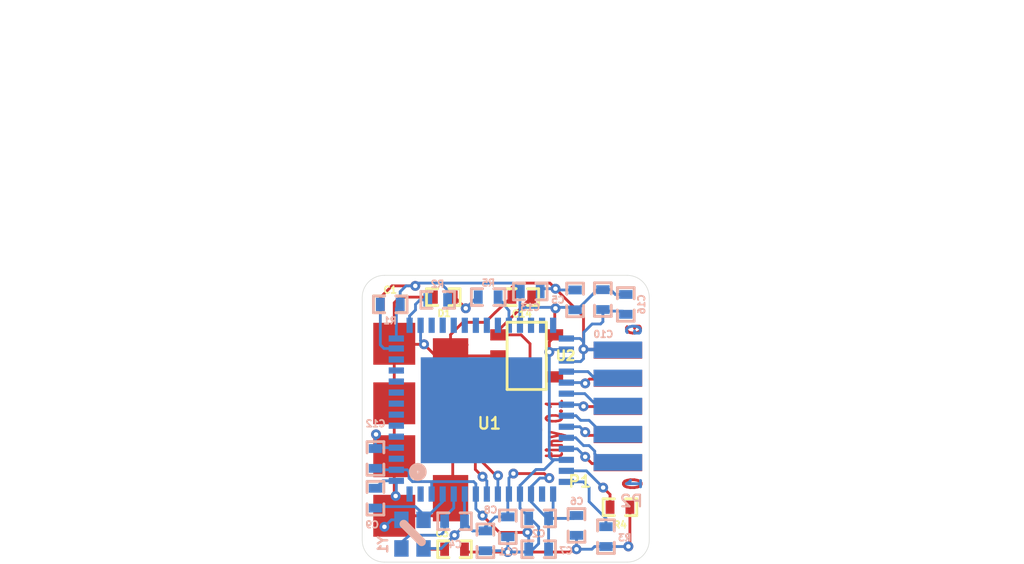
<source format=kicad_pcb>
(kicad_pcb (version 4) (host pcbnew 4.0.7+dfsg1-1)

  (general
    (links 83)
    (no_connects 0)
    (area 50.03038 25.3746 97.827373 61.842831)
    (thickness 0.8)
    (drawings 25)
    (tracks 345)
    (zones 0)
    (modules 27)
    (nets 22)
  )

  (page User 152.4 101.6)
  (title_block
    (date 2017-09-07)
  )

  (layers
    (0 F.Cu signal)
    (31 B.Cu signal)
    (34 B.Paste user hide)
    (35 F.Paste user hide)
    (36 B.SilkS user hide)
    (37 F.SilkS user hide)
    (38 B.Mask user hide)
    (39 F.Mask user hide)
    (40 Dwgs.User user)
    (44 Edge.Cuts user)
  )

  (setup
    (last_trace_width 0.127)
    (trace_clearance 0.1524)
    (zone_clearance 0.508)
    (zone_45_only no)
    (trace_min 0.127)
    (segment_width 0.381)
    (edge_width 0.0254)
    (via_size 0.44958)
    (via_drill 0.20066)
    (via_min_size 0.44958)
    (via_min_drill 0.20066)
    (uvia_size 0.508)
    (uvia_drill 0.127)
    (uvias_allowed no)
    (uvia_min_size 0.508)
    (uvia_min_drill 0.127)
    (pcb_text_width 0.3048)
    (pcb_text_size 1.524 2.032)
    (mod_edge_width 0.381)
    (mod_text_size 1.524 1.524)
    (mod_text_width 0.3048)
    (pad_size 1.89992 1.89992)
    (pad_drill 0)
    (pad_to_mask_clearance 0.0508)
    (aux_axis_origin 0 0)
    (grid_origin 67.70116 50.7492)
    (visible_elements FFFFFF19)
    (pcbplotparams
      (layerselection 0x010cc_80000001)
      (usegerberextensions true)
      (usegerberattributes true)
      (excludeedgelayer true)
      (linewidth 0.150000)
      (plotframeref false)
      (viasonmask false)
      (mode 1)
      (useauxorigin false)
      (hpglpennumber 1)
      (hpglpenspeed 20)
      (hpglpendiameter 15)
      (hpglpenoverlay 0)
      (psnegative false)
      (psa4output false)
      (plotreference false)
      (plotvalue false)
      (plotinvisibletext false)
      (padsonsilk false)
      (subtractmaskfromsilk false)
      (outputformat 1)
      (mirror false)
      (drillshape 0)
      (scaleselection 1)
      (outputdirectory fx2grok-tiny-0.1-gerber-files))
  )

  (net 0 "")
  (net 1 +5V)
  (net 2 /DM)
  (net 3 /DP)
  (net 4 /PA0)
  (net 5 /PB0)
  (net 6 /PB1)
  (net 7 /PB2)
  (net 8 /PB3)
  (net 9 /PB4)
  (net 10 /PB5)
  (net 11 /PB6)
  (net 12 /PB7)
  (net 13 /RESET#)
  (net 14 /SCL)
  (net 15 /SDA)
  (net 16 /WAKEUP)
  (net 17 /XTALIN)
  (net 18 /XTALOUT)
  (net 19 GND)
  (net 20 +3V3)
  (net 21 "Net-(D1-Pad1)")

  (net_class Default "This is the default net class."
    (clearance 0.1524)
    (trace_width 0.127)
    (via_dia 0.44958)
    (via_drill 0.20066)
    (uvia_dia 0.508)
    (uvia_drill 0.127)
    (add_net +3V3)
    (add_net +5V)
    (add_net /DM)
    (add_net /DP)
    (add_net /PA0)
    (add_net /PB0)
    (add_net /PB1)
    (add_net /PB2)
    (add_net /PB3)
    (add_net /PB4)
    (add_net /PB5)
    (add_net /PB6)
    (add_net /PB7)
    (add_net /RESET#)
    (add_net /SCL)
    (add_net /SDA)
    (add_net /WAKEUP)
    (add_net /XTALIN)
    (add_net /XTALOUT)
    (add_net GND)
    (add_net "Net-(D1-Pad1)")
  )

  (module SM0402 (layer B.Cu) (tedit 59C647D6) (tstamp 4FCBF54C)
    (at 78.60116 38.8492 270)
    (path /4FCA9724)
    (attr smd)
    (fp_text reference C10 (at 1.56972 -0.02032 360) (layer B.SilkS)
      (effects (font (size 0.3048 0.3048) (thickness 0.0762)) (justify mirror))
    )
    (fp_text value 100nF (at -0.038 -0.022 270) (layer B.SilkS) hide
      (effects (font (size 0.2048 0.2048) (thickness 0.0512)) (justify mirror))
    )
    (fp_line (start -0.254 0.381) (end -0.762 0.381) (layer B.SilkS) (width 0.127))
    (fp_line (start -0.762 0.381) (end -0.762 -0.381) (layer B.SilkS) (width 0.127))
    (fp_line (start -0.762 -0.381) (end -0.254 -0.381) (layer B.SilkS) (width 0.127))
    (fp_line (start 0.254 0.381) (end 0.762 0.381) (layer B.SilkS) (width 0.127))
    (fp_line (start 0.762 0.381) (end 0.762 -0.381) (layer B.SilkS) (width 0.127))
    (fp_line (start 0.762 -0.381) (end 0.254 -0.381) (layer B.SilkS) (width 0.127))
    (pad 1 smd rect (at -0.44958 0 270) (size 0.39878 0.59944) (layers B.Cu B.Paste B.Mask)
      (net 20 +3V3))
    (pad 2 smd rect (at 0.44958 0 270) (size 0.39878 0.59944) (layers B.Cu B.Paste B.Mask)
      (net 19 GND))
    (model smd\chip_cms.wrl
      (at (xyz 0 0 0.002))
      (scale (xyz 0.05 0.05 0.05))
      (rotate (xyz 0 0 0))
    )
  )

  (module SM0402 (layer F.Cu) (tedit 59C64851) (tstamp 4FCBF572)
    (at 74.93 38.735 180)
    (path /4FCAA85F)
    (attr smd)
    (fp_text reference C14 (at -0.00508 -0.75692 180) (layer F.SilkS)
      (effects (font (size 0.3048 0.3048) (thickness 0.0762)))
    )
    (fp_text value 1uF (at 0.04064 0 180) (layer F.SilkS) hide
      (effects (font (size 0.2048 0.2048) (thickness 0.0512)))
    )
    (fp_line (start -0.254 -0.381) (end -0.762 -0.381) (layer F.SilkS) (width 0.127))
    (fp_line (start -0.762 -0.381) (end -0.762 0.381) (layer F.SilkS) (width 0.127))
    (fp_line (start -0.762 0.381) (end -0.254 0.381) (layer F.SilkS) (width 0.127))
    (fp_line (start 0.254 -0.381) (end 0.762 -0.381) (layer F.SilkS) (width 0.127))
    (fp_line (start 0.762 -0.381) (end 0.762 0.381) (layer F.SilkS) (width 0.127))
    (fp_line (start 0.762 0.381) (end 0.254 0.381) (layer F.SilkS) (width 0.127))
    (pad 1 smd rect (at -0.44958 0 180) (size 0.39878 0.59944) (layers F.Cu F.Paste F.Mask)
      (net 1 +5V))
    (pad 2 smd rect (at 0.44958 0 180) (size 0.39878 0.59944) (layers F.Cu F.Paste F.Mask)
      (net 19 GND))
    (model smd\chip_cms.wrl
      (at (xyz 0 0 0.002))
      (scale (xyz 0.05 0.05 0.05))
      (rotate (xyz 0 0 0))
    )
  )

  (module SM0402 (layer B.Cu) (tedit 59C647DA) (tstamp 4FCBF566)
    (at 77.343 38.862 90)
    (path /4FCA9777)
    (attr smd)
    (fp_text reference C5 (at 0 -0.77724 180) (layer B.SilkS)
      (effects (font (size 0.3048 0.3048) (thickness 0.0762)) (justify mirror))
    )
    (fp_text value 100nF (at -0.0254 0.03556 90) (layer B.SilkS) hide
      (effects (font (size 0.2048 0.2048) (thickness 0.0512)) (justify mirror))
    )
    (fp_line (start -0.254 0.381) (end -0.762 0.381) (layer B.SilkS) (width 0.127))
    (fp_line (start -0.762 0.381) (end -0.762 -0.381) (layer B.SilkS) (width 0.127))
    (fp_line (start -0.762 -0.381) (end -0.254 -0.381) (layer B.SilkS) (width 0.127))
    (fp_line (start 0.254 0.381) (end 0.762 0.381) (layer B.SilkS) (width 0.127))
    (fp_line (start 0.762 0.381) (end 0.762 -0.381) (layer B.SilkS) (width 0.127))
    (fp_line (start 0.762 -0.381) (end 0.254 -0.381) (layer B.SilkS) (width 0.127))
    (pad 1 smd rect (at -0.44958 0 90) (size 0.39878 0.59944) (layers B.Cu B.Paste B.Mask)
      (net 20 +3V3))
    (pad 2 smd rect (at 0.44958 0 90) (size 0.39878 0.59944) (layers B.Cu B.Paste B.Mask)
      (net 19 GND))
    (model smd\chip_cms.wrl
      (at (xyz 0 0 0.002))
      (scale (xyz 0.05 0.05 0.05))
      (rotate (xyz 0 0 0))
    )
  )

  (module SM0402 (layer F.Cu) (tedit 59C64854) (tstamp 4FCBF574)
    (at 71.374 38.735 180)
    (path /4FCAAEBC)
    (attr smd)
    (fp_text reference D1 (at -0.03556 -0.7366 180) (layer F.SilkS)
      (effects (font (size 0.3048 0.3048) (thickness 0.0762)))
    )
    (fp_text value LED1 (at 0.01524 0 180) (layer F.SilkS) hide
      (effects (font (size 0.2048 0.2048) (thickness 0.0512)))
    )
    (fp_line (start -0.254 -0.381) (end -0.762 -0.381) (layer F.SilkS) (width 0.127))
    (fp_line (start -0.762 -0.381) (end -0.762 0.381) (layer F.SilkS) (width 0.127))
    (fp_line (start -0.762 0.381) (end -0.254 0.381) (layer F.SilkS) (width 0.127))
    (fp_line (start 0.254 -0.381) (end 0.762 -0.381) (layer F.SilkS) (width 0.127))
    (fp_line (start 0.762 -0.381) (end 0.762 0.381) (layer F.SilkS) (width 0.127))
    (fp_line (start 0.762 0.381) (end 0.254 0.381) (layer F.SilkS) (width 0.127))
    (pad 1 smd rect (at -0.44958 0 180) (size 0.39878 0.59944) (layers F.Cu F.Paste F.Mask)
      (net 21 "Net-(D1-Pad1)"))
    (pad 2 smd rect (at 0.44958 0 180) (size 0.39878 0.59944) (layers F.Cu F.Paste F.Mask)
      (net 19 GND))
    (model smd\chip_cms.wrl
      (at (xyz 0 0 0.002))
      (scale (xyz 0.05 0.05 0.05))
      (rotate (xyz 0 0 0))
    )
  )

  (module SOT23-5 (layer F.Cu) (tedit 59B1BFB7) (tstamp 4FCBF54B)
    (at 75.15098 41.39946 270)
    (path /4FCAA78E)
    (attr smd)
    (fp_text reference U2 (at -0.00762 -1.76022 360) (layer F.SilkS)
      (effects (font (size 0.435 0.435) (thickness 0.10875)))
    )
    (fp_text value MIC5504 (at 18.2499 23.25116 270) (layer F.SilkS) hide
      (effects (font (size 0.635 0.635) (thickness 0.127)))
    )
    (fp_line (start 1.524 -0.889) (end 1.524 0.889) (layer F.SilkS) (width 0.127))
    (fp_line (start 1.524 0.889) (end -1.524 0.889) (layer F.SilkS) (width 0.127))
    (fp_line (start -1.524 0.889) (end -1.524 -0.889) (layer F.SilkS) (width 0.127))
    (fp_line (start -1.524 -0.889) (end 1.524 -0.889) (layer F.SilkS) (width 0.127))
    (pad 1 smd rect (at -0.9525 1.27 270) (size 0.508 0.762) (layers F.Cu F.Paste F.Mask)
      (net 1 +5V))
    (pad 3 smd rect (at 0.9525 1.27 270) (size 0.508 0.762) (layers F.Cu F.Paste F.Mask)
      (net 1 +5V))
    (pad 5 smd rect (at -0.9525 -1.27 270) (size 0.508 0.762) (layers F.Cu F.Paste F.Mask)
      (net 20 +3V3))
    (pad 2 smd rect (at 0 1.27 270) (size 0.508 0.762) (layers F.Cu F.Paste F.Mask)
      (net 19 GND))
    (pad 4 smd rect (at 0.9525 -1.27 270) (size 0.508 0.762) (layers F.Cu F.Paste F.Mask))
    (model smd/SOT23_5.wrl
      (at (xyz 0 0 0))
      (scale (xyz 0.1 0.1 0.1))
      (rotate (xyz 0 0 0))
    )
  )

  (module QFN56 (layer B.Cu) (tedit 4FCBF74A) (tstamp 4FCE8310)
    (at 73.1012 43.8658 270)
    (path /4FC8F245)
    (fp_text reference IC1 (at 0 -0.50038 270) (layer B.SilkS) hide
      (effects (font (thickness 0.3048)) (justify mirror))
    )
    (fp_text value CY7C68013A-56 (at 0.59944 21.69922 270) (layer B.SilkS) hide
      (effects (font (thickness 0.3048)) (justify mirror))
    )
    (pad "" smd rect (at 0 0 270) (size 4.8006 5.4991) (layers B.Cu B.Paste B.Mask)
      (clearance 0.01016))
    (pad 28 smd rect (at -3.25374 -3.84556 270) (size 0.2794 0.69088) (layers B.Cu B.Paste B.Mask)
      (net 19 GND) (clearance 0.09906))
    (pad 27 smd rect (at -2.75336 -3.84556 270) (size 0.2794 0.69088) (layers B.Cu B.Paste B.Mask)
      (net 20 +3V3) (clearance 0.09906))
    (pad 26 smd rect (at -2.25298 -3.84556 270) (size 0.2794 0.69088) (layers B.Cu B.Paste B.Mask)
      (net 19 GND) (clearance 0.09906))
    (pad 25 smd rect (at -1.7526 -3.84556 270) (size 0.2794 0.69088) (layers B.Cu B.Paste B.Mask)
      (net 12 /PB7) (clearance 0.09906))
    (pad 24 smd rect (at -1.25476 -3.84556 270) (size 0.2794 0.69088) (layers B.Cu B.Paste B.Mask)
      (net 11 /PB6) (clearance 0.09906))
    (pad 23 smd rect (at -0.75438 -3.84556 270) (size 0.2794 0.69088) (layers B.Cu B.Paste B.Mask)
      (net 10 /PB5) (clearance 0.09906))
    (pad 22 smd rect (at -0.254 -3.84556 270) (size 0.2794 0.69088) (layers B.Cu B.Paste B.Mask)
      (net 9 /PB4) (clearance 0.09906))
    (pad 21 smd rect (at 0.24638 -3.84556 270) (size 0.2794 0.69088) (layers B.Cu B.Paste B.Mask)
      (net 8 /PB3) (clearance 0.09906))
    (pad 20 smd rect (at 0.74676 -3.84556 270) (size 0.2794 0.69088) (layers B.Cu B.Paste B.Mask)
      (net 7 /PB2) (clearance 0.09906))
    (pad 19 smd rect (at 1.24714 -3.84556 270) (size 0.2794 0.69088) (layers B.Cu B.Paste B.Mask)
      (net 6 /PB1) (clearance 0.09906))
    (pad 18 smd rect (at 1.74752 -3.84556 270) (size 0.2794 0.69088) (layers B.Cu B.Paste B.Mask)
      (net 5 /PB0) (clearance 0.09906))
    (pad 17 smd rect (at 2.2479 -3.84556 270) (size 0.2794 0.69088) (layers B.Cu B.Paste B.Mask)
      (net 20 +3V3) (clearance 0.09906))
    (pad 16 smd rect (at 2.74574 -3.84556 270) (size 0.2794 0.69088) (layers B.Cu B.Paste B.Mask)
      (net 15 /SDA) (clearance 0.09906))
    (pad 15 smd rect (at 3.24612 -3.84556 270) (size 0.2794 0.69088) (layers B.Cu B.Paste B.Mask)
      (net 14 /SCL) (clearance 0.09906))
    (pad 29 smd rect (at -3.85318 -3.24612 270) (size 0.69088 0.2794) (layers B.Cu B.Paste B.Mask)
      (clearance 0.09906))
    (pad 30 smd rect (at -3.85318 -2.74574 270) (size 0.69088 0.2794) (layers B.Cu B.Paste B.Mask)
      (clearance 0.09906))
    (pad 31 smd rect (at -3.85318 -2.24536 270) (size 0.69088 0.2794) (layers B.Cu B.Paste B.Mask)
      (clearance 0.09906))
    (pad 32 smd rect (at -3.85318 -1.74498 270) (size 0.69088 0.2794) (layers B.Cu B.Paste B.Mask)
      (net 20 +3V3) (clearance 0.09906))
    (pad 33 smd rect (at -3.85318 -1.2446 270) (size 0.69088 0.2794) (layers B.Cu B.Paste B.Mask)
      (net 4 /PA0) (clearance 0.09906))
    (pad 34 smd rect (at -3.85318 -0.74422 270) (size 0.69088 0.2794) (layers B.Cu B.Paste B.Mask)
      (clearance 0.09906))
    (pad 35 smd rect (at -3.85318 -0.24384 270) (size 0.69088 0.2794) (layers B.Cu B.Paste B.Mask)
      (clearance 0.09906))
    (pad 36 smd rect (at -3.85318 0.254 270) (size 0.69088 0.2794) (layers B.Cu B.Paste B.Mask)
      (clearance 0.09906))
    (pad 37 smd rect (at -3.85318 0.75438 270) (size 0.69088 0.2794) (layers B.Cu B.Paste B.Mask)
      (clearance 0.09906))
    (pad 38 smd rect (at -3.85318 1.25476 270) (size 0.69088 0.2794) (layers B.Cu B.Paste B.Mask)
      (clearance 0.09906))
    (pad 39 smd rect (at -3.85318 1.75514 270) (size 0.69088 0.2794) (layers B.Cu B.Paste B.Mask)
      (clearance 0.09906))
    (pad 40 smd rect (at -3.85318 2.25552 270) (size 0.69088 0.2794) (layers B.Cu B.Paste B.Mask)
      (clearance 0.09906))
    (pad 41 smd rect (at -3.85318 2.7559 270) (size 0.69088 0.2794) (layers B.Cu B.Paste B.Mask)
      (net 19 GND) (clearance 0.09906))
    (pad 42 smd rect (at -3.85318 3.25374 270) (size 0.69088 0.2794) (layers B.Cu B.Paste B.Mask)
      (net 13 /RESET#) (clearance 0.09906))
    (pad 43 smd rect (at -3.25374 3.85572 270) (size 0.2794 0.69088) (layers B.Cu B.Paste B.Mask)
      (net 20 +3V3) (clearance 0.09906))
    (pad 44 smd rect (at -2.80162 3.85572 270) (size 0.2794 0.69088) (layers B.Cu B.Paste B.Mask)
      (net 16 /WAKEUP) (clearance 0.09906))
    (pad 45 smd rect (at -2.30378 3.85572 270) (size 0.2794 0.69088) (layers B.Cu B.Paste B.Mask)
      (clearance 0.09906))
    (pad 46 smd rect (at -1.8034 3.85572 270) (size 0.2794 0.69088) (layers B.Cu B.Paste B.Mask)
      (clearance 0.09906))
    (pad 47 smd rect (at -1.30302 3.85572 270) (size 0.2794 0.69088) (layers B.Cu B.Paste B.Mask)
      (clearance 0.09906))
    (pad 48 smd rect (at -0.80264 3.85572 270) (size 0.2794 0.69088) (layers B.Cu B.Paste B.Mask)
      (clearance 0.09906))
    (pad 49 smd rect (at -0.30226 3.85572 270) (size 0.2794 0.69088) (layers B.Cu B.Paste B.Mask)
      (clearance 0.09906))
    (pad 50 smd rect (at 0.19812 3.85572 270) (size 0.2794 0.69088) (layers B.Cu B.Paste B.Mask)
      (clearance 0.09906))
    (pad 51 smd rect (at 0.6985 3.85572 270) (size 0.2794 0.69088) (layers B.Cu B.Paste B.Mask)
      (clearance 0.09906))
    (pad 52 smd rect (at 1.19634 3.85572 270) (size 0.2794 0.69088) (layers B.Cu B.Paste B.Mask)
      (clearance 0.09906))
    (pad 53 smd rect (at 1.69672 3.85572 270) (size 0.2794 0.69088) (layers B.Cu B.Paste B.Mask)
      (net 19 GND) (clearance 0.09906))
    (pad 54 smd rect (at 2.1971 3.85572 270) (size 0.2794 0.69088) (layers B.Cu B.Paste B.Mask)
      (clearance 0.09906))
    (pad 55 smd rect (at 2.69748 3.85572 270) (size 0.2794 0.69088) (layers B.Cu B.Paste B.Mask)
      (net 20 +3V3) (clearance 0.09906))
    (pad 56 smd rect (at 3.19786 3.85572 270) (size 0.2794 0.69088) (layers B.Cu B.Paste B.Mask)
      (net 19 GND) (clearance 0.09906))
    (pad 1 smd rect (at 3.7973 3.25628 270) (size 0.69088 0.2794) (layers B.Cu B.Paste B.Mask)
      (clearance 0.09906))
    (pad 2 smd rect (at 3.7973 2.7559 270) (size 0.69088 0.2794) (layers B.Cu B.Paste B.Mask)
      (clearance 0.09906))
    (pad 3 smd rect (at 3.7973 2.25552 270) (size 0.69088 0.2794) (layers B.Cu B.Paste B.Mask)
      (net 20 +3V3) (clearance 0.09906))
    (pad 4 smd rect (at 3.7973 1.75514 270) (size 0.69088 0.2794) (layers B.Cu B.Paste B.Mask)
      (net 18 /XTALOUT) (clearance 0.09906))
    (pad 5 smd rect (at 3.7973 1.25476 270) (size 0.69088 0.2794) (layers B.Cu B.Paste B.Mask)
      (net 17 /XTALIN) (clearance 0.09906))
    (pad 6 smd rect (at 3.7973 0.75438 270) (size 0.69088 0.2794) (layers B.Cu B.Paste B.Mask)
      (net 19 GND) (clearance 0.09906))
    (pad 7 smd rect (at 3.7973 0.254 270) (size 0.69088 0.2794) (layers B.Cu B.Paste B.Mask)
      (net 20 +3V3) (clearance 0.09906))
    (pad 8 smd rect (at 3.7973 -0.24384 270) (size 0.69088 0.2794) (layers B.Cu B.Paste B.Mask)
      (net 3 /DP) (clearance 0.09906))
    (pad 9 smd rect (at 3.7973 -0.74422 270) (size 0.69088 0.2794) (layers B.Cu B.Paste B.Mask)
      (net 2 /DM) (clearance 0.09906))
    (pad 10 smd rect (at 3.7973 -1.2446 270) (size 0.69088 0.2794) (layers B.Cu B.Paste B.Mask)
      (net 19 GND) (clearance 0.09906))
    (pad 11 smd rect (at 3.7973 -1.74498 270) (size 0.69088 0.2794) (layers B.Cu B.Paste B.Mask)
      (net 20 +3V3) (clearance 0.09906))
    (pad 12 smd rect (at 3.7973 -2.24536 270) (size 0.69088 0.2794) (layers B.Cu B.Paste B.Mask)
      (net 19 GND) (clearance 0.09906))
    (pad 13 smd rect (at 3.7973 -2.74574 270) (size 0.69088 0.2794) (layers B.Cu B.Paste B.Mask)
      (clearance 0.09906))
    (pad 14 smd rect (at 3.7973 -3.24612 270) (size 0.69088 0.2794) (layers B.Cu B.Paste B.Mask)
      (net 19 GND) (clearance 0.09906))
  )

  (module SM0402 (layer B.Cu) (tedit 59C647D2) (tstamp 4FCBF580)
    (at 79.63916 39.0652 270)
    (path /4FCAA863)
    (attr smd)
    (fp_text reference C16 (at 0 -0.7112 270) (layer B.SilkS)
      (effects (font (size 0.3048 0.3048) (thickness 0.0762)) (justify mirror))
    )
    (fp_text value 1uF (at 0 0 270) (layer B.SilkS) hide
      (effects (font (size 0.2048 0.2048) (thickness 0.0512)) (justify mirror))
    )
    (fp_line (start -0.254 0.381) (end -0.762 0.381) (layer B.SilkS) (width 0.127))
    (fp_line (start -0.762 0.381) (end -0.762 -0.381) (layer B.SilkS) (width 0.127))
    (fp_line (start -0.762 -0.381) (end -0.254 -0.381) (layer B.SilkS) (width 0.127))
    (fp_line (start 0.254 0.381) (end 0.762 0.381) (layer B.SilkS) (width 0.127))
    (fp_line (start 0.762 0.381) (end 0.762 -0.381) (layer B.SilkS) (width 0.127))
    (fp_line (start 0.762 -0.381) (end 0.254 -0.381) (layer B.SilkS) (width 0.127))
    (pad 1 smd rect (at -0.44958 0 270) (size 0.39878 0.59944) (layers B.Cu B.Paste B.Mask)
      (net 20 +3V3))
    (pad 2 smd rect (at 0.44958 0 270) (size 0.39878 0.59944) (layers B.Cu B.Paste B.Mask)
      (net 19 GND))
    (model smd\chip_cms.wrl
      (at (xyz 0 0 0.002))
      (scale (xyz 0.05 0.05 0.05))
      (rotate (xyz 0 0 0))
    )
  )

  (module SM0402 (layer B.Cu) (tedit 59C647E4) (tstamp 4FCBF56E)
    (at 75.311 38.481)
    (path /4FCA97A0)
    (attr smd)
    (fp_text reference C13 (at 0 0.7112) (layer B.SilkS)
      (effects (font (size 0.3048 0.3048) (thickness 0.0762)) (justify mirror))
    )
    (fp_text value 100nF (at -0.01524 0) (layer B.SilkS) hide
      (effects (font (size 0.2048 0.2048) (thickness 0.0512)) (justify mirror))
    )
    (fp_line (start -0.254 0.381) (end -0.762 0.381) (layer B.SilkS) (width 0.127))
    (fp_line (start -0.762 0.381) (end -0.762 -0.381) (layer B.SilkS) (width 0.127))
    (fp_line (start -0.762 -0.381) (end -0.254 -0.381) (layer B.SilkS) (width 0.127))
    (fp_line (start 0.254 0.381) (end 0.762 0.381) (layer B.SilkS) (width 0.127))
    (fp_line (start 0.762 0.381) (end 0.762 -0.381) (layer B.SilkS) (width 0.127))
    (fp_line (start 0.762 -0.381) (end 0.254 -0.381) (layer B.SilkS) (width 0.127))
    (pad 1 smd rect (at -0.44958 0) (size 0.39878 0.59944) (layers B.Cu B.Paste B.Mask)
      (net 20 +3V3))
    (pad 2 smd rect (at 0.44958 0) (size 0.39878 0.59944) (layers B.Cu B.Paste B.Mask)
      (net 19 GND))
    (model smd\chip_cms.wrl
      (at (xyz 0 0 0.002))
      (scale (xyz 0.05 0.05 0.05))
      (rotate (xyz 0 0 0))
    )
  )

  (module SM0402 (layer B.Cu) (tedit 59C647EB) (tstamp 4FCBF56A)
    (at 71.12 38.862 180)
    (path /4FCAA3E6)
    (attr smd)
    (fp_text reference R2 (at 0.01016 0.71628 180) (layer B.SilkS)
      (effects (font (size 0.3048 0.3048) (thickness 0.0762)) (justify mirror))
    )
    (fp_text value 2K7 (at 0.06604 0.0254 180) (layer B.SilkS) hide
      (effects (font (size 0.2048 0.2048) (thickness 0.0512)) (justify mirror))
    )
    (fp_line (start -0.254 0.381) (end -0.762 0.381) (layer B.SilkS) (width 0.127))
    (fp_line (start -0.762 0.381) (end -0.762 -0.381) (layer B.SilkS) (width 0.127))
    (fp_line (start -0.762 -0.381) (end -0.254 -0.381) (layer B.SilkS) (width 0.127))
    (fp_line (start 0.254 0.381) (end 0.762 0.381) (layer B.SilkS) (width 0.127))
    (fp_line (start 0.762 0.381) (end 0.762 -0.381) (layer B.SilkS) (width 0.127))
    (fp_line (start 0.762 -0.381) (end 0.254 -0.381) (layer B.SilkS) (width 0.127))
    (pad 1 smd rect (at -0.44958 0 180) (size 0.39878 0.59944) (layers B.Cu B.Paste B.Mask)
      (net 20 +3V3))
    (pad 2 smd rect (at 0.44958 0 180) (size 0.39878 0.59944) (layers B.Cu B.Paste B.Mask)
      (net 13 /RESET#))
    (model smd\chip_cms.wrl
      (at (xyz 0 0 0.002))
      (scale (xyz 0.05 0.05 0.05))
      (rotate (xyz 0 0 0))
    )
  )

  (module SM0402 (layer B.Cu) (tedit 59C64810) (tstamp 4FCE905B)
    (at 75.692 50.165)
    (path /4FCA9793)
    (attr smd)
    (fp_text reference C7 (at 1.23952 0.06604) (layer B.SilkS)
      (effects (font (size 0.3048 0.3048) (thickness 0.0762)) (justify mirror))
    )
    (fp_text value 100nF (at 0.01016 0) (layer B.SilkS) hide
      (effects (font (size 0.2048 0.2048) (thickness 0.0512)) (justify mirror))
    )
    (fp_line (start -0.254 0.381) (end -0.762 0.381) (layer B.SilkS) (width 0.127))
    (fp_line (start -0.762 0.381) (end -0.762 -0.381) (layer B.SilkS) (width 0.127))
    (fp_line (start -0.762 -0.381) (end -0.254 -0.381) (layer B.SilkS) (width 0.127))
    (fp_line (start 0.254 0.381) (end 0.762 0.381) (layer B.SilkS) (width 0.127))
    (fp_line (start 0.762 0.381) (end 0.762 -0.381) (layer B.SilkS) (width 0.127))
    (fp_line (start 0.762 -0.381) (end 0.254 -0.381) (layer B.SilkS) (width 0.127))
    (pad 1 smd rect (at -0.44958 0) (size 0.39878 0.59944) (layers B.Cu B.Paste B.Mask)
      (net 20 +3V3))
    (pad 2 smd rect (at 0.44958 0) (size 0.39878 0.59944) (layers B.Cu B.Paste B.Mask)
      (net 19 GND))
    (model smd\chip_cms.wrl
      (at (xyz 0 0 0.002))
      (scale (xyz 0.05 0.05 0.05))
      (rotate (xyz 0 0 0))
    )
  )

  (module SM0402 (layer B.Cu) (tedit 59C6480D) (tstamp 4FCBF564)
    (at 75.692 48.768)
    (path /4FCA96AB)
    (attr smd)
    (fp_text reference C2 (at 0 0.69088) (layer B.SilkS)
      (effects (font (size 0.3048 0.3048) (thickness 0.0762)) (justify mirror))
    )
    (fp_text value 100nF (at -0.04064 0) (layer B.SilkS) hide
      (effects (font (size 0.2048 0.2048) (thickness 0.0512)) (justify mirror))
    )
    (fp_line (start -0.254 0.381) (end -0.762 0.381) (layer B.SilkS) (width 0.127))
    (fp_line (start -0.762 0.381) (end -0.762 -0.381) (layer B.SilkS) (width 0.127))
    (fp_line (start -0.762 -0.381) (end -0.254 -0.381) (layer B.SilkS) (width 0.127))
    (fp_line (start 0.254 0.381) (end 0.762 0.381) (layer B.SilkS) (width 0.127))
    (fp_line (start 0.762 0.381) (end 0.762 -0.381) (layer B.SilkS) (width 0.127))
    (fp_line (start 0.762 -0.381) (end 0.254 -0.381) (layer B.SilkS) (width 0.127))
    (pad 1 smd rect (at -0.44958 0) (size 0.39878 0.59944) (layers B.Cu B.Paste B.Mask)
      (net 20 +3V3))
    (pad 2 smd rect (at 0.44958 0) (size 0.39878 0.59944) (layers B.Cu B.Paste B.Mask)
      (net 19 GND))
    (model smd\chip_cms.wrl
      (at (xyz 0 0 0.002))
      (scale (xyz 0.05 0.05 0.05))
      (rotate (xyz 0 0 0))
    )
  )

  (module SM0402 (layer B.Cu) (tedit 59C647FD) (tstamp 515DB414)
    (at 68.3006 46.0502 90)
    (path /4FCA9799)
    (attr smd)
    (fp_text reference C12 (at 1.57988 0.00508 180) (layer B.SilkS)
      (effects (font (size 0.3048 0.3048) (thickness 0.0762)) (justify mirror))
    )
    (fp_text value 100nF (at 0 -0.01524 90) (layer B.SilkS) hide
      (effects (font (size 0.2048 0.2048) (thickness 0.0512)) (justify mirror))
    )
    (fp_line (start -0.254 0.381) (end -0.762 0.381) (layer B.SilkS) (width 0.127))
    (fp_line (start -0.762 0.381) (end -0.762 -0.381) (layer B.SilkS) (width 0.127))
    (fp_line (start -0.762 -0.381) (end -0.254 -0.381) (layer B.SilkS) (width 0.127))
    (fp_line (start 0.254 0.381) (end 0.762 0.381) (layer B.SilkS) (width 0.127))
    (fp_line (start 0.762 0.381) (end 0.762 -0.381) (layer B.SilkS) (width 0.127))
    (fp_line (start 0.762 -0.381) (end 0.254 -0.381) (layer B.SilkS) (width 0.127))
    (pad 1 smd rect (at -0.44958 0 90) (size 0.39878 0.59944) (layers B.Cu B.Paste B.Mask)
      (net 20 +3V3))
    (pad 2 smd rect (at 0.44958 0 90) (size 0.39878 0.59944) (layers B.Cu B.Paste B.Mask)
      (net 19 GND))
    (model smd\chip_cms.wrl
      (at (xyz 0 0 0.002))
      (scale (xyz 0.05 0.05 0.05))
      (rotate (xyz 0 0 0))
    )
  )

  (module SM0402 (layer B.Cu) (tedit 59C64809) (tstamp 4FCBF560)
    (at 74.295 49.149 90)
    (path /4FCA9C86)
    (attr smd)
    (fp_text reference C11 (at -1.12268 0.03556 360) (layer B.SilkS)
      (effects (font (size 0.3048 0.3048) (thickness 0.0762)) (justify mirror))
    )
    (fp_text value 100nF (at 0.0254 0.01016 90) (layer B.SilkS) hide
      (effects (font (size 0.2048 0.2048) (thickness 0.0512)) (justify mirror))
    )
    (fp_line (start -0.254 0.381) (end -0.762 0.381) (layer B.SilkS) (width 0.127))
    (fp_line (start -0.762 0.381) (end -0.762 -0.381) (layer B.SilkS) (width 0.127))
    (fp_line (start -0.762 -0.381) (end -0.254 -0.381) (layer B.SilkS) (width 0.127))
    (fp_line (start 0.254 0.381) (end 0.762 0.381) (layer B.SilkS) (width 0.127))
    (fp_line (start 0.762 0.381) (end 0.762 -0.381) (layer B.SilkS) (width 0.127))
    (fp_line (start 0.762 -0.381) (end 0.254 -0.381) (layer B.SilkS) (width 0.127))
    (pad 1 smd rect (at -0.44958 0 90) (size 0.39878 0.59944) (layers B.Cu B.Paste B.Mask)
      (net 20 +3V3))
    (pad 2 smd rect (at 0.44958 0 90) (size 0.39878 0.59944) (layers B.Cu B.Paste B.Mask)
      (net 19 GND))
    (model smd\chip_cms.wrl
      (at (xyz 0 0 0.002))
      (scale (xyz 0.05 0.05 0.05))
      (rotate (xyz 0 0 0))
    )
  )

  (module SM0402 (layer B.Cu) (tedit 59C64814) (tstamp 4FCBF55E)
    (at 77.4065 49.0855 90)
    (path /4FCA9C79)
    (attr smd)
    (fp_text reference C6 (at 1.09474 0.0127 180) (layer B.SilkS)
      (effects (font (size 0.3048 0.3048) (thickness 0.0762)) (justify mirror))
    )
    (fp_text value 2.2uF (at 0.0127 0.02286 90) (layer B.SilkS) hide
      (effects (font (size 0.2048 0.2048) (thickness 0.0512)) (justify mirror))
    )
    (fp_line (start -0.254 0.381) (end -0.762 0.381) (layer B.SilkS) (width 0.127))
    (fp_line (start -0.762 0.381) (end -0.762 -0.381) (layer B.SilkS) (width 0.127))
    (fp_line (start -0.762 -0.381) (end -0.254 -0.381) (layer B.SilkS) (width 0.127))
    (fp_line (start 0.254 0.381) (end 0.762 0.381) (layer B.SilkS) (width 0.127))
    (fp_line (start 0.762 0.381) (end 0.762 -0.381) (layer B.SilkS) (width 0.127))
    (fp_line (start 0.762 -0.381) (end 0.254 -0.381) (layer B.SilkS) (width 0.127))
    (pad 1 smd rect (at -0.44958 0 90) (size 0.39878 0.59944) (layers B.Cu B.Paste B.Mask)
      (net 20 +3V3))
    (pad 2 smd rect (at 0.44958 0 90) (size 0.39878 0.59944) (layers B.Cu B.Paste B.Mask)
      (net 19 GND))
    (model smd\chip_cms.wrl
      (at (xyz 0 0 0.002))
      (scale (xyz 0.05 0.05 0.05))
      (rotate (xyz 0 0 0))
    )
  )

  (module SM0402 (layer B.Cu) (tedit 59C64819) (tstamp 4FCBF55C)
    (at 71.882 48.895)
    (path /4FC8F6F8)
    (attr smd)
    (fp_text reference C4 (at 0.03048 1.05156) (layer B.SilkS)
      (effects (font (size 0.3048 0.3048) (thickness 0.0762)) (justify mirror))
    )
    (fp_text value 12pF (at -0.04064 -0.0254) (layer B.SilkS) hide
      (effects (font (size 0.2048 0.2048) (thickness 0.0512)) (justify mirror))
    )
    (fp_line (start -0.254 0.381) (end -0.762 0.381) (layer B.SilkS) (width 0.127))
    (fp_line (start -0.762 0.381) (end -0.762 -0.381) (layer B.SilkS) (width 0.127))
    (fp_line (start -0.762 -0.381) (end -0.254 -0.381) (layer B.SilkS) (width 0.127))
    (fp_line (start 0.254 0.381) (end 0.762 0.381) (layer B.SilkS) (width 0.127))
    (fp_line (start 0.762 0.381) (end 0.762 -0.381) (layer B.SilkS) (width 0.127))
    (fp_line (start 0.762 -0.381) (end 0.254 -0.381) (layer B.SilkS) (width 0.127))
    (pad 1 smd rect (at -0.44958 0) (size 0.39878 0.59944) (layers B.Cu B.Paste B.Mask)
      (net 17 /XTALIN))
    (pad 2 smd rect (at 0.44958 0) (size 0.39878 0.59944) (layers B.Cu B.Paste B.Mask)
      (net 19 GND))
    (model smd\chip_cms.wrl
      (at (xyz 0 0 0.002))
      (scale (xyz 0.05 0.05 0.05))
      (rotate (xyz 0 0 0))
    )
  )

  (module SM0402 (layer B.Cu) (tedit 59C64801) (tstamp 4FCBF55A)
    (at 68.3006 47.85106 90)
    (path /4FC8F6F5)
    (attr smd)
    (fp_text reference C9 (at -1.20142 -0.14732 180) (layer B.SilkS)
      (effects (font (size 0.3048 0.3048) (thickness 0.0762)) (justify mirror))
    )
    (fp_text value 12pF (at 0.02286 -0.01524 90) (layer B.SilkS) hide
      (effects (font (size 0.2048 0.2048) (thickness 0.0512)) (justify mirror))
    )
    (fp_line (start -0.254 0.381) (end -0.762 0.381) (layer B.SilkS) (width 0.127))
    (fp_line (start -0.762 0.381) (end -0.762 -0.381) (layer B.SilkS) (width 0.127))
    (fp_line (start -0.762 -0.381) (end -0.254 -0.381) (layer B.SilkS) (width 0.127))
    (fp_line (start 0.254 0.381) (end 0.762 0.381) (layer B.SilkS) (width 0.127))
    (fp_line (start 0.762 0.381) (end 0.762 -0.381) (layer B.SilkS) (width 0.127))
    (fp_line (start 0.762 -0.381) (end 0.254 -0.381) (layer B.SilkS) (width 0.127))
    (pad 1 smd rect (at -0.44958 0 90) (size 0.39878 0.59944) (layers B.Cu B.Paste B.Mask)
      (net 18 /XTALOUT))
    (pad 2 smd rect (at 0.44958 0 90) (size 0.39878 0.59944) (layers B.Cu B.Paste B.Mask)
      (net 19 GND))
    (model smd\chip_cms.wrl
      (at (xyz 0 0 0.002))
      (scale (xyz 0.05 0.05 0.05))
      (rotate (xyz 0 0 0))
    )
  )

  (module SM0402 (layer F.Cu) (tedit 59C6485D) (tstamp 4FCE9F16)
    (at 68.97116 39.0652)
    (path /4FCBEB98)
    (attr smd)
    (fp_text reference C1 (at -0.00284 -0.6528) (layer F.SilkS)
      (effects (font (size 0.3048 0.3048) (thickness 0.0762)))
    )
    (fp_text value 1uF (at 0 0) (layer F.SilkS) hide
      (effects (font (size 0.2048 0.2048) (thickness 0.0512)))
    )
    (fp_line (start -0.254 -0.381) (end -0.762 -0.381) (layer F.SilkS) (width 0.127))
    (fp_line (start -0.762 -0.381) (end -0.762 0.381) (layer F.SilkS) (width 0.127))
    (fp_line (start -0.762 0.381) (end -0.254 0.381) (layer F.SilkS) (width 0.127))
    (fp_line (start 0.254 -0.381) (end 0.762 -0.381) (layer F.SilkS) (width 0.127))
    (fp_line (start 0.762 -0.381) (end 0.762 0.381) (layer F.SilkS) (width 0.127))
    (fp_line (start 0.762 0.381) (end 0.254 0.381) (layer F.SilkS) (width 0.127))
    (pad 1 smd rect (at -0.44958 0) (size 0.39878 0.59944) (layers F.Cu F.Paste F.Mask)
      (net 20 +3V3))
    (pad 2 smd rect (at 0.44958 0) (size 0.39878 0.59944) (layers F.Cu F.Paste F.Mask)
      (net 19 GND))
    (model smd\chip_cms.wrl
      (at (xyz 0 0 0.002))
      (scale (xyz 0.05 0.05 0.05))
      (rotate (xyz 0 0 0))
    )
  )

  (module SM0402 (layer B.Cu) (tedit 59C647F0) (tstamp 4FCBF556)
    (at 68.97116 39.0652 180)
    (path /4FCA95B2)
    (attr smd)
    (fp_text reference R1 (at 0.01016 -0.74168 180) (layer B.SilkS)
      (effects (font (size 0.3048 0.3048) (thickness 0.0762)) (justify mirror))
    )
    (fp_text value 100K (at 0 0 180) (layer B.SilkS) hide
      (effects (font (size 0.2048 0.2048) (thickness 0.0512)) (justify mirror))
    )
    (fp_line (start -0.254 0.381) (end -0.762 0.381) (layer B.SilkS) (width 0.127))
    (fp_line (start -0.762 0.381) (end -0.762 -0.381) (layer B.SilkS) (width 0.127))
    (fp_line (start -0.762 -0.381) (end -0.254 -0.381) (layer B.SilkS) (width 0.127))
    (fp_line (start 0.254 0.381) (end 0.762 0.381) (layer B.SilkS) (width 0.127))
    (fp_line (start 0.762 0.381) (end 0.762 -0.381) (layer B.SilkS) (width 0.127))
    (fp_line (start 0.762 -0.381) (end 0.254 -0.381) (layer B.SilkS) (width 0.127))
    (pad 1 smd rect (at -0.44958 0 180) (size 0.39878 0.59944) (layers B.Cu B.Paste B.Mask)
      (net 20 +3V3))
    (pad 2 smd rect (at 0.44958 0 180) (size 0.39878 0.59944) (layers B.Cu B.Paste B.Mask)
      (net 16 /WAKEUP))
    (model smd\chip_cms.wrl
      (at (xyz 0 0 0.002))
      (scale (xyz 0.05 0.05 0.05))
      (rotate (xyz 0 0 0))
    )
  )

  (module SM0402 (layer F.Cu) (tedit 59C64824) (tstamp 4FCBF552)
    (at 79.375 48.26)
    (path /4FCA93BD)
    (attr smd)
    (fp_text reference R4 (at 0.00508 0.79756) (layer F.SilkS)
      (effects (font (size 0.3048 0.3048) (thickness 0.0762)))
    )
    (fp_text value 2K7 (at -0.00254 0.0127) (layer F.SilkS) hide
      (effects (font (size 0.2048 0.2048) (thickness 0.0512)))
    )
    (fp_line (start -0.254 -0.381) (end -0.762 -0.381) (layer F.SilkS) (width 0.127))
    (fp_line (start -0.762 -0.381) (end -0.762 0.381) (layer F.SilkS) (width 0.127))
    (fp_line (start -0.762 0.381) (end -0.254 0.381) (layer F.SilkS) (width 0.127))
    (fp_line (start 0.254 -0.381) (end 0.762 -0.381) (layer F.SilkS) (width 0.127))
    (fp_line (start 0.762 -0.381) (end 0.762 0.381) (layer F.SilkS) (width 0.127))
    (fp_line (start 0.762 0.381) (end 0.254 0.381) (layer F.SilkS) (width 0.127))
    (pad 1 smd rect (at -0.44958 0) (size 0.39878 0.59944) (layers F.Cu F.Paste F.Mask)
      (net 15 /SDA))
    (pad 2 smd rect (at 0.44958 0) (size 0.39878 0.59944) (layers F.Cu F.Paste F.Mask)
      (net 20 +3V3))
    (model smd\chip_cms.wrl
      (at (xyz 0 0 0.002))
      (scale (xyz 0.05 0.05 0.05))
      (rotate (xyz 0 0 0))
    )
  )

  (module SM0402 (layer F.Cu) (tedit 59C64842) (tstamp 4FCBF550)
    (at 71.882 50.165 180)
    (path /4FCA9C5D)
    (attr smd)
    (fp_text reference C3 (at 0.5588 0.71882 180) (layer F.SilkS)
      (effects (font (size 0.3048 0.3048) (thickness 0.0762)))
    )
    (fp_text value 2.2uF (at 0.00254 0.0127 180) (layer F.SilkS) hide
      (effects (font (size 0.2048 0.2048) (thickness 0.0512)))
    )
    (fp_line (start -0.254 -0.381) (end -0.762 -0.381) (layer F.SilkS) (width 0.127))
    (fp_line (start -0.762 -0.381) (end -0.762 0.381) (layer F.SilkS) (width 0.127))
    (fp_line (start -0.762 0.381) (end -0.254 0.381) (layer F.SilkS) (width 0.127))
    (fp_line (start 0.254 -0.381) (end 0.762 -0.381) (layer F.SilkS) (width 0.127))
    (fp_line (start 0.762 -0.381) (end 0.762 0.381) (layer F.SilkS) (width 0.127))
    (fp_line (start 0.762 0.381) (end 0.254 0.381) (layer F.SilkS) (width 0.127))
    (pad 1 smd rect (at -0.44958 0 180) (size 0.39878 0.59944) (layers F.Cu F.Paste F.Mask)
      (net 20 +3V3))
    (pad 2 smd rect (at 0.44958 0 180) (size 0.39878 0.59944) (layers F.Cu F.Paste F.Mask)
      (net 19 GND))
    (model smd\chip_cms.wrl
      (at (xyz 0 0 0.002))
      (scale (xyz 0.05 0.05 0.05))
      (rotate (xyz 0 0 0))
    )
  )

  (module SM0402 (layer B.Cu) (tedit 59C64806) (tstamp 4FCBF54E)
    (at 73.279 49.784 90)
    (path /4FCA9C7E)
    (attr smd)
    (fp_text reference C8 (at 1.40208 0.23876 180) (layer B.SilkS)
      (effects (font (size 0.3048 0.3048) (thickness 0.0762)) (justify mirror))
    )
    (fp_text value 100nF (at 0 -0.01524 90) (layer B.SilkS) hide
      (effects (font (size 0.2048 0.2048) (thickness 0.0512)) (justify mirror))
    )
    (fp_line (start -0.254 0.381) (end -0.762 0.381) (layer B.SilkS) (width 0.127))
    (fp_line (start -0.762 0.381) (end -0.762 -0.381) (layer B.SilkS) (width 0.127))
    (fp_line (start -0.762 -0.381) (end -0.254 -0.381) (layer B.SilkS) (width 0.127))
    (fp_line (start 0.254 0.381) (end 0.762 0.381) (layer B.SilkS) (width 0.127))
    (fp_line (start 0.762 0.381) (end 0.762 -0.381) (layer B.SilkS) (width 0.127))
    (fp_line (start 0.762 -0.381) (end 0.254 -0.381) (layer B.SilkS) (width 0.127))
    (pad 1 smd rect (at -0.44958 0 90) (size 0.39878 0.59944) (layers B.Cu B.Paste B.Mask)
      (net 20 +3V3))
    (pad 2 smd rect (at 0.44958 0 90) (size 0.39878 0.59944) (layers B.Cu B.Paste B.Mask)
      (net 19 GND))
    (model smd\chip_cms.wrl
      (at (xyz 0 0 0.002))
      (scale (xyz 0.05 0.05 0.05))
      (rotate (xyz 0 0 0))
    )
  )

  (module SM0402 (layer B.Cu) (tedit 59C64820) (tstamp 4FCBF56C)
    (at 78.74 49.5935 270)
    (path /5151D52F)
    (attr smd)
    (fp_text reference R3 (at 0.04826 -0.85344 360) (layer B.SilkS)
      (effects (font (size 0.3048 0.3048) (thickness 0.0762)) (justify mirror))
    )
    (fp_text value 2K7 (at -0.0127 -0.01016 270) (layer B.SilkS) hide
      (effects (font (size 0.2048 0.2048) (thickness 0.0512)) (justify mirror))
    )
    (fp_line (start -0.254 0.381) (end -0.762 0.381) (layer B.SilkS) (width 0.127))
    (fp_line (start -0.762 0.381) (end -0.762 -0.381) (layer B.SilkS) (width 0.127))
    (fp_line (start -0.762 -0.381) (end -0.254 -0.381) (layer B.SilkS) (width 0.127))
    (fp_line (start 0.254 0.381) (end 0.762 0.381) (layer B.SilkS) (width 0.127))
    (fp_line (start 0.762 0.381) (end 0.762 -0.381) (layer B.SilkS) (width 0.127))
    (fp_line (start 0.762 -0.381) (end 0.254 -0.381) (layer B.SilkS) (width 0.127))
    (pad 1 smd rect (at -0.44958 0 270) (size 0.39878 0.59944) (layers B.Cu B.Paste B.Mask)
      (net 14 /SCL))
    (pad 2 smd rect (at 0.44958 0 270) (size 0.39878 0.59944) (layers B.Cu B.Paste B.Mask)
      (net 20 +3V3))
    (model smd\chip_cms.wrl
      (at (xyz 0 0 0.002))
      (scale (xyz 0.05 0.05 0.05))
      (rotate (xyz 0 0 0))
    )
  )

  (module SM0402 (layer B.Cu) (tedit 59C647E7) (tstamp 5151D57D)
    (at 73.406 38.735)
    (path /4FCAAEBE)
    (attr smd)
    (fp_text reference R5 (at 0.00508 -0.64262) (layer B.SilkS)
      (effects (font (size 0.3048 0.3048) (thickness 0.0762)) (justify mirror))
    )
    (fp_text value 2K7 (at 0.01016 0) (layer B.SilkS) hide
      (effects (font (size 0.2048 0.2048) (thickness 0.0512)) (justify mirror))
    )
    (fp_line (start -0.254 0.381) (end -0.762 0.381) (layer B.SilkS) (width 0.127))
    (fp_line (start -0.762 0.381) (end -0.762 -0.381) (layer B.SilkS) (width 0.127))
    (fp_line (start -0.762 -0.381) (end -0.254 -0.381) (layer B.SilkS) (width 0.127))
    (fp_line (start 0.254 0.381) (end 0.762 0.381) (layer B.SilkS) (width 0.127))
    (fp_line (start 0.762 0.381) (end 0.762 -0.381) (layer B.SilkS) (width 0.127))
    (fp_line (start 0.762 -0.381) (end 0.254 -0.381) (layer B.SilkS) (width 0.127))
    (pad 1 smd rect (at -0.44958 0) (size 0.39878 0.59944) (layers B.Cu B.Paste B.Mask)
      (net 21 "Net-(D1-Pad1)"))
    (pad 2 smd rect (at 0.44958 0) (size 0.39878 0.59944) (layers B.Cu B.Paste B.Mask)
      (net 4 /PA0))
    (model smd\chip_cms.wrl
      (at (xyz 0 0 0.002))
      (scale (xyz 0.05 0.05 0.05))
      (rotate (xyz 0 0 0))
    )
  )

  (module ABM11 (layer B.Cu) (tedit 59C5109F) (tstamp 596295DB)
    (at 69.977 49.4792 90)
    (path /5962A5CC)
    (fp_text reference Y1 (at -0.4826 -1.33604 90) (layer B.SilkS)
      (effects (font (size 0.424 0.424) (thickness 0.106)) (justify mirror))
    )
    (fp_text value 24MHz (at 0 4.7498 90) (layer B.SilkS) hide
      (effects (font (thickness 0.3048)) (justify mirror))
    )
    (pad 1 smd rect (at -0.65024 -0.50038 90) (size 0.7493 0.65024) (layers B.Cu B.Paste B.Mask)
      (net 17 /XTALIN) (clearance 0.09906))
    (pad 2 smd rect (at 0.6477 -0.50038 90) (size 0.7493 0.65024) (layers B.Cu B.Paste B.Mask)
      (net 19 GND) (clearance 0.09906))
    (pad 3 smd rect (at 0.6477 0.50038 90) (size 0.7493 0.65024) (layers B.Cu B.Paste B.Mask)
      (net 18 /XTALOUT) (clearance 0.09906))
    (pad 4 smd rect (at -0.65024 0.50038 90) (size 0.7493 0.65024) (layers B.Cu B.Paste B.Mask)
      (net 19 GND) (clearance 0.09906))
  )

  (module fx2grok-tiny:CONN-5x1-SMD-127MM (layer B.Cu) (tedit 59B1F2D3) (tstamp 5151CF2A)
    (at 79.121 43.307 270)
    (path /59637927)
    (fp_text reference P2 (at 4.6736 -0.77216 360) (layer B.SilkS)
      (effects (font (size 0.524 0.524) (thickness 0.101)) (justify mirror))
    )
    (fp_text value CONN_01X05 (at -0.0508 8.8011 270) (layer B.SilkS) hide
      (effects (font (thickness 0.3048)) (justify mirror))
    )
    (pad 1 smd rect (at -2.17932 -0.16002 270) (size 0.75946 2.2003) (layers B.Cu B.Paste B.Mask)
      (net 19 GND) (clearance 0.0508))
    (pad 2 smd rect (at -0.90424 -0.16002 270) (size 0.75946 2.2003) (layers B.Cu B.Paste B.Mask)
      (net 12 /PB7) (clearance 0.0508))
    (pad 3 smd rect (at 0.37084 -0.16002 270) (size 0.75946 2.2003) (layers B.Cu B.Paste B.Mask)
      (net 10 /PB5) (clearance 0.0508))
    (pad 4 smd rect (at 1.64592 -0.16002 270) (size 0.75946 2.2003) (layers B.Cu B.Paste B.Mask)
      (net 8 /PB3) (clearance 0.0508))
    (pad 5 smd rect (at 2.921 -0.16002 270) (size 0.75946 2.2003) (layers B.Cu B.Paste B.Mask)
      (net 6 /PB1) (clearance 0.0508))
  )

  (module fx2grok-tiny:CONN-5x1-SMD-127MM (layer F.Cu) (tedit 59B1F317) (tstamp 4FCD3C8E)
    (at 79.121 44.069 90)
    (path /596377A2)
    (fp_text reference P1 (at -3.0226 -1.56464 180) (layer F.SilkS)
      (effects (font (size 0.524 0.524) (thickness 0.101)))
    )
    (fp_text value CONN_01X05 (at -2.83464 -18.0086 90) (layer F.SilkS) hide
      (effects (font (thickness 0.3048)))
    )
    (pad 1 smd rect (at -2.17932 0.16002 90) (size 0.75946 2.2003) (layers F.Cu F.Paste F.Mask)
      (net 5 /PB0) (clearance 0.0508))
    (pad 2 smd rect (at -0.90424 0.16002 90) (size 0.75946 2.2003) (layers F.Cu F.Paste F.Mask)
      (net 7 /PB2) (clearance 0.0508))
    (pad 3 smd rect (at 0.37084 0.16002 90) (size 0.75946 2.2003) (layers F.Cu F.Paste F.Mask)
      (net 9 /PB4) (clearance 0.0508))
    (pad 4 smd rect (at 1.64592 0.16002 90) (size 0.75946 2.2003) (layers F.Cu F.Paste F.Mask)
      (net 11 /PB6) (clearance 0.0508))
    (pad 5 smd rect (at 2.921 0.16002 90) (size 0.75946 2.2003) (layers F.Cu F.Paste F.Mask)
      (net 19 GND) (clearance 0.0508))
  )

  (module fx2grok-tiny:MICRO-USB-B-SMD (layer F.Cu) (tedit 59B2840B) (tstamp 4FCBF583)
    (at 70.85076 44.74972 270)
    (path /4FCAA5E6)
    (fp_text reference U1 (at -0.28956 -2.60604 360) (layer F.SilkS)
      (effects (font (size 0.524 0.524) (thickness 0.1048)))
    )
    (fp_text value MICRO-USB-B-SMD (at -0.03048 -5.1689 270) (layer F.SilkS) hide
      (effects (font (thickness 0.3048)))
    )
    (pad 1 smd rect (at -1.30048 -0.94996 270) (size 0.39878 1.34874) (layers F.Cu F.Paste F.Mask)
      (net 1 +5V) (clearance 0.09906))
    (pad 2 smd rect (at -0.65024 -0.94996 270) (size 0.39878 1.34874) (layers F.Cu F.Paste F.Mask)
      (net 2 /DM) (clearance 0.09906))
    (pad 3 smd rect (at 0 -0.94996 270) (size 0.39878 1.34874) (layers F.Cu F.Paste F.Mask)
      (net 3 /DP) (clearance 0.09906))
    (pad 4 smd rect (at 0.65024 -0.94996 270) (size 0.39878 1.34874) (layers F.Cu F.Paste F.Mask)
      (clearance 0.09906))
    (pad 5 smd rect (at 1.30048 -0.94996 270) (size 0.39878 1.34874) (layers F.Cu F.Paste F.Mask)
      (net 19 GND) (clearance 0.09906))
    (pad 9 smd rect (at -3.0988 -0.8509 270) (size 2.10058 1.6002) (layers F.Cu F.Paste F.Mask)
      (net 19 GND) (clearance 0.29972))
    (pad 6 smd rect (at 3.10134 -0.8509 270) (size 2.10058 1.6002) (layers F.Cu F.Paste F.Mask)
      (net 19 GND) (clearance 0.29972))
    (pad 7 smd rect (at 3.8989 1.69926 270) (size 1.89992 1.89992) (layers F.Cu F.Paste F.Mask)
      (net 19 GND) (clearance 0.29972))
    (pad 8 smd rect (at 1.19888 1.69926 270) (size 1.89992 1.89992) (layers F.Cu F.Paste F.Mask)
      (net 19 GND) (clearance 0.29972))
    (pad 8 smd rect (at -1.19888 1.69926 270) (size 1.89992 1.89992) (layers F.Cu F.Paste F.Mask)
      (net 19 GND) (clearance 0.29972))
    (pad 8 smd rect (at -3.8989 1.69926 270) (size 1.89992 1.89992) (layers F.Cu F.Paste F.Mask)
      (net 19 GND) (clearance 0.29972))
  )

  (gr_text "WARNING: PCB version 0.1 is unusable,\ndon't manufacture/use!\n" (at 74.49566 28.6258) (layer Dwgs.User)
    (effects (font (size 2.032 1.524) (thickness 0.3048)))
  )
  (gr_line (start 69.58076 49.022) (end 70.39356 49.8348) (angle 90) (layer B.SilkS) (width 0.381))
  (gr_circle (center 70.21576 46.6598) (end 70.24116 46.6598) (layer B.SilkS) (width 0.381))
  (gr_text "tiny 0.1" (at 76.41336 44.69892 90) (layer F.Mask) (tstamp 59B23A6C)
    (effects (font (size 0.7112 0.4572) (thickness 0.1143)))
  )
  (gr_text fx2grok (at 75.16368 44.72686 90) (layer F.Mask) (tstamp 59B23A64)
    (effects (font (size 0.7874 0.508) (thickness 0.127)))
  )
  (gr_text G (at 80.02016 40.2082 90) (layer B.Mask) (tstamp 59B23A56)
    (effects (font (size 0.635 0.508) (thickness 0.127)) (justify mirror))
  )
  (gr_text G (at 80.02016 40.2082 90) (layer F.Mask) (tstamp 59B23A45)
    (effects (font (size 0.635 0.508) (thickness 0.127)))
  )
  (gr_text 1 (at 80.02016 47.1932 90) (layer B.Mask) (tstamp 59B23A23)
    (effects (font (size 0.635 0.508) (thickness 0.127)) (justify mirror))
  )
  (gr_text 0 (at 79.96936 47.1932 90) (layer F.Mask) (tstamp 59B23A0E)
    (effects (font (size 0.802 0.624) (thickness 0.127)))
  )
  (gr_text G (at 80.02016 40.2082 90) (layer B.Cu)
    (effects (font (size 0.635 0.508) (thickness 0.127)) (justify mirror))
  )
  (gr_text 1 (at 80.02016 47.1932 90) (layer B.Cu)
    (effects (font (size 0.635 0.508) (thickness 0.127)) (justify mirror))
  )
  (gr_text G (at 80.02016 40.2082 90) (layer F.Cu)
    (effects (font (size 0.635 0.508) (thickness 0.127)))
  )
  (gr_text 0 (at 79.96936 47.1932 90) (layer F.Cu)
    (effects (font (size 0.802 0.624) (thickness 0.127)))
  )
  (dimension 13 (width 0.2048) (layer Dwgs.User)
    (gr_text "13 mm" (at 84.32676 44.2492 270) (layer Dwgs.User)
      (effects (font (size 2.032 1.524) (thickness 0.2048)))
    )
    (feature1 (pts (xy 81.20116 50.7492) (xy 85.95236 50.7492)))
    (feature2 (pts (xy 81.20116 37.7492) (xy 85.95236 37.7492)))
    (crossbar (pts (xy 82.70116 37.7492) (xy 82.70116 50.7492)))
    (arrow1a (pts (xy 82.70116 50.7492) (xy 82.114739 49.622696)))
    (arrow1b (pts (xy 82.70116 50.7492) (xy 83.287581 49.622696)))
    (arrow2a (pts (xy 82.70116 37.7492) (xy 82.114739 38.875704)))
    (arrow2b (pts (xy 82.70116 37.7492) (xy 83.287581 38.875704)))
  )
  (dimension 13 (width 0.2048) (layer Dwgs.User)
    (gr_text "13 mm" (at 74.20116 34.3236) (layer Dwgs.User) (tstamp 59B1D776)
      (effects (font (size 2.032 1.524) (thickness 0.2048)))
    )
    (feature1 (pts (xy 80.70116 37.2492) (xy 80.70116 32.898)))
    (feature2 (pts (xy 67.70116 37.2492) (xy 67.70116 32.898)))
    (crossbar (pts (xy 67.70116 35.7492) (xy 80.70116 35.7492)))
    (arrow1a (pts (xy 80.70116 35.7492) (xy 79.574656 36.335621)))
    (arrow1b (pts (xy 80.70116 35.7492) (xy 79.574656 35.162779)))
    (arrow2a (pts (xy 67.70116 35.7492) (xy 68.827664 36.335621)))
    (arrow2b (pts (xy 67.70116 35.7492) (xy 68.827664 35.162779)))
  )
  (gr_arc (start 68.70116 49.7492) (end 68.70116 50.7492) (angle 90) (layer Edge.Cuts) (width 0.0254))
  (gr_arc (start 79.70116 49.7492) (end 80.70116 49.7492) (angle 90) (layer Edge.Cuts) (width 0.0254))
  (gr_arc (start 68.70116 38.7492) (end 67.70116 38.7492) (angle 90) (layer Edge.Cuts) (width 0.0254))
  (gr_arc (start 79.70116 38.7492) (end 79.70116 37.7492) (angle 90) (layer Edge.Cuts) (width 0.0254))
  (gr_text "tiny 0.1" (at 76.41336 44.69892 90) (layer F.Cu)
    (effects (font (size 0.7112 0.4572) (thickness 0.1143)))
  )
  (gr_text fx2grok (at 75.16368 44.72686 90) (layer F.Cu)
    (effects (font (size 0.7874 0.508) (thickness 0.127)))
  )
  (gr_line (start 79.70116 37.7492) (end 68.70116 37.7492) (angle 90) (layer Edge.Cuts) (width 0.0254))
  (gr_line (start 80.70116 49.7492) (end 80.70116 38.7492) (angle 90) (layer Edge.Cuts) (width 0.0254))
  (gr_line (start 68.70116 50.7492) (end 79.70116 50.7492) (angle 90) (layer Edge.Cuts) (width 0.0254))
  (gr_line (start 67.70116 38.7492) (end 67.70116 49.7492) (angle 90) (layer Edge.Cuts) (width 0.0254))

  (segment (start 73.88098 40.44696) (end 73.88098 40.2336) (width 0.127) (layer F.Cu) (net 1) (status 30))
  (segment (start 73.88098 40.2336) (end 75.37958 38.735) (width 0.127) (layer F.Cu) (net 1) (tstamp 59B03C5D) (status 30))
  (segment (start 71.80072 43.44924) (end 72.37476 43.44924) (width 0.127) (layer F.Cu) (net 1) (status 30))
  (segment (start 72.37476 43.44924) (end 72.39 43.434) (width 0.127) (layer F.Cu) (net 1) (tstamp 59B01343) (status 30))
  (segment (start 72.39 43.434) (end 72.644 43.434) (width 0.127) (layer F.Cu) (net 1) (tstamp 59B01345) (status 10))
  (segment (start 72.644 43.434) (end 73.025 43.053) (width 0.127) (layer F.Cu) (net 1) (tstamp 59B01347))
  (segment (start 73.025 43.053) (end 73.025 42.545) (width 0.127) (layer F.Cu) (net 1) (tstamp 59B0134E))
  (segment (start 73.025 42.545) (end 73.21804 42.35196) (width 0.127) (layer F.Cu) (net 1) (tstamp 59B0134F))
  (segment (start 73.21804 42.35196) (end 73.88098 42.35196) (width 0.127) (layer F.Cu) (net 1) (tstamp 59B01351) (status 20))
  (segment (start 75.311 38.80358) (end 75.37958 38.735) (width 0.127) (layer F.Cu) (net 1) (tstamp 59B004F6) (status 30))
  (segment (start 73.88098 40.44696) (end 74.89698 40.44696) (width 0.127) (layer F.Cu) (net 1) (status 10))
  (segment (start 75.30084 40.85082) (end 75.30084 41.84904) (width 0.127) (layer F.Cu) (net 1))
  (segment (start 74.89698 40.44696) (end 75.30084 40.85082) (width 0.127) (layer F.Cu) (net 1))
  (segment (start 75.30084 41.84904) (end 74.79792 42.35196) (width 0.127) (layer F.Cu) (net 1))
  (segment (start 74.79792 42.35196) (end 73.88098 42.35196) (width 0.127) (layer F.Cu) (net 1) (status 20))
  (segment (start 73.75398 46.8249) (end 73.8505 46.8249) (width 0.127) (layer F.Cu) (net 2))
  (segment (start 73.1774 45.15104) (end 73.1774 46.24832) (width 0.127) (layer F.Cu) (net 2))
  (segment (start 73.84542 46.82998) (end 73.84542 47.6631) (width 0.127) (layer B.Cu) (net 2) (status 20))
  (segment (start 72.75068 44.72432) (end 73.1774 45.15104) (width 0.127) (layer F.Cu) (net 2))
  (segment (start 72.75068 44.42714) (end 72.75068 44.72432) (width 0.127) (layer F.Cu) (net 2))
  (segment (start 73.1774 46.24832) (end 73.75398 46.8249) (width 0.127) (layer F.Cu) (net 2))
  (segment (start 72.42302 44.09948) (end 72.75068 44.42714) (width 0.127) (layer F.Cu) (net 2) (status 10))
  (segment (start 73.8505 46.8249) (end 73.84542 46.82998) (width 0.127) (layer B.Cu) (net 2))
  (segment (start 71.80072 44.09948) (end 72.42302 44.09948) (width 0.127) (layer F.Cu) (net 2) (status 30))
  (via (at 73.8505 46.8249) (size 0.44958) (layers F.Cu B.Cu) (net 2))
  (segment (start 72.82434 45.22216) (end 72.82434 46.55058) (width 0.127) (layer F.Cu) (net 3))
  (segment (start 73.14946 46.8757) (end 73.34504 47.07128) (width 0.127) (layer B.Cu) (net 3))
  (segment (start 71.80072 44.74972) (end 72.34936 44.74972) (width 0.127) (layer F.Cu) (net 3) (status 30))
  (segment (start 73.34504 47.07128) (end 73.34504 47.6631) (width 0.127) (layer B.Cu) (net 3) (status 20))
  (segment (start 72.72782 45.12564) (end 72.82434 45.22216) (width 0.127) (layer F.Cu) (net 3))
  (segment (start 72.72528 45.12564) (end 72.72782 45.12564) (width 0.127) (layer F.Cu) (net 3))
  (segment (start 72.34936 44.74972) (end 72.72528 45.12564) (width 0.127) (layer F.Cu) (net 3) (status 10))
  (via (at 73.14946 46.8757) (size 0.44958) (layers F.Cu B.Cu) (net 3))
  (segment (start 72.82434 46.55058) (end 73.14946 46.8757) (width 0.127) (layer F.Cu) (net 3))
  (segment (start 74.3458 40.01262) (end 74.3458 39.35222) (width 0.127) (layer B.Cu) (net 4) (status 10))
  (segment (start 74.3458 39.35222) (end 73.85558 38.735) (width 0.127) (layer B.Cu) (net 4) (tstamp 59B00F08) (status 20))
  (segment (start 77.8002 45.974) (end 77.43952 45.61332) (width 0.127) (layer B.Cu) (net 5))
  (segment (start 77.43952 45.61332) (end 76.94676 45.61332) (width 0.127) (layer B.Cu) (net 5) (tstamp 59B041CB) (status 20))
  (segment (start 78.105 46.2788) (end 79.45882 46.2788) (width 0.127) (layer F.Cu) (net 5) (tstamp 59AEEAD0) (status 20))
  (segment (start 77.8002 45.974) (end 78.105 46.2788) (width 0.127) (layer F.Cu) (net 5) (tstamp 59AEEACF))
  (via (at 77.8002 45.974) (size 0.44958) (drill 0.20066) (layers F.Cu B.Cu) (net 5))
  (segment (start 77.724 45.466) (end 77.37094 45.11294) (width 0.127) (layer B.Cu) (net 6))
  (segment (start 77.37094 45.11294) (end 76.94676 45.11294) (width 0.127) (layer B.Cu) (net 6) (tstamp 59B041D1) (status 20))
  (segment (start 78.232 45.847) (end 78.65618 46.27118) (width 0.127) (layer B.Cu) (net 6) (tstamp 59B0118B) (status 20))
  (segment (start 78.232 45.72) (end 78.232 45.847) (width 0.127) (layer B.Cu) (net 6) (tstamp 59B01187))
  (segment (start 77.978 45.466) (end 78.232 45.72) (width 0.127) (layer B.Cu) (net 6) (tstamp 59B01186))
  (segment (start 77.724 45.466) (end 77.978 45.466) (width 0.127) (layer B.Cu) (net 6) (tstamp 59B01185))
  (segment (start 78.65618 46.27118) (end 79.45882 46.27118) (width 0.127) (layer B.Cu) (net 6) (tstamp 59B01193) (status 30))
  (segment (start 77.8002 44.8564) (end 77.55636 44.61256) (width 0.127) (layer B.Cu) (net 7))
  (via (at 77.8002 44.8564) (size 0.44958) (drill 0.20066) (layers F.Cu B.Cu) (net 7))
  (segment (start 77.8002 44.8564) (end 77.94752 45.00372) (width 0.127) (layer F.Cu) (net 7) (tstamp 59AEEC72))
  (segment (start 79.45882 45.00372) (end 77.94752 45.00372) (width 0.127) (layer F.Cu) (net 7) (tstamp 59AEEC73) (status 10))
  (segment (start 77.55636 44.61256) (end 76.94676 44.61256) (width 0.127) (layer B.Cu) (net 7) (tstamp 59B041D5) (status 20))
  (segment (start 77.597 44.323) (end 77.38618 44.11218) (width 0.127) (layer B.Cu) (net 8))
  (segment (start 77.597 44.323) (end 77.978 44.323) (width 0.127) (layer B.Cu) (net 8) (tstamp 59B01175))
  (segment (start 78.6511 44.9961) (end 77.978 44.323) (width 0.127) (layer B.Cu) (net 8) (tstamp 59B01176) (status 10))
  (segment (start 77.38618 44.11218) (end 76.94676 44.11218) (width 0.127) (layer B.Cu) (net 8) (tstamp 59B041DC) (status 20))
  (segment (start 78.6511 44.9961) (end 79.45882 44.9961) (width 0.127) (layer B.Cu) (net 8) (tstamp 59B01177) (status 30))
  (segment (start 76.94676 43.6118) (end 77.6478 43.6118) (width 0.127) (layer B.Cu) (net 9) (status 10))
  (segment (start 77.73416 43.69816) (end 79.28102 43.69816) (width 0.127) (layer F.Cu) (net 9) (tstamp 59B14F3F) (status 20))
  (segment (start 77.724 43.688) (end 77.73416 43.69816) (width 0.127) (layer F.Cu) (net 9) (tstamp 59B14F3E))
  (via (at 77.724 43.688) (size 0.44958) (drill 0.20066) (layers F.Cu B.Cu) (net 9))
  (segment (start 77.6478 43.6118) (end 77.724 43.688) (width 0.127) (layer B.Cu) (net 9) (tstamp 59B14F3A))
  (segment (start 78.39202 43.72102) (end 77.78242 43.11142) (width 0.127) (layer B.Cu) (net 10) (status 10))
  (segment (start 77.78242 43.11142) (end 76.94676 43.11142) (width 0.127) (layer B.Cu) (net 10) (tstamp 59B041E6) (status 20))
  (segment (start 78.39202 43.72102) (end 79.45882 43.72102) (width 0.127) (layer B.Cu) (net 10) (tstamp 59B01133) (status 30))
  (segment (start 77.8002 42.6466) (end 77.76464 42.61104) (width 0.127) (layer B.Cu) (net 11))
  (segment (start 77.76464 42.61104) (end 76.94676 42.61104) (width 0.127) (layer B.Cu) (net 11) (tstamp 59B041EA) (status 20))
  (segment (start 77.99324 42.45356) (end 79.45882 42.45356) (width 0.127) (layer F.Cu) (net 11) (tstamp 59AEEC21) (status 20))
  (segment (start 77.8002 42.6466) (end 77.99324 42.45356) (width 0.127) (layer F.Cu) (net 11) (tstamp 59AEEC20))
  (via (at 77.8002 42.6466) (size 0.44958) (drill 0.20066) (layers F.Cu B.Cu) (net 11))
  (segment (start 78.25994 42.44594) (end 77.9272 42.1132) (width 0.127) (layer B.Cu) (net 12) (status 10))
  (segment (start 77.9272 42.1132) (end 76.94676 42.1132) (width 0.127) (layer B.Cu) (net 12) (tstamp 59B041F0) (status 20))
  (segment (start 78.25994 42.44594) (end 79.45882 42.44594) (width 0.127) (layer B.Cu) (net 12) (tstamp 59B01154) (status 30))
  (segment (start 78.25994 42.44594) (end 79.45882 42.44594) (width 0.127) (layer B.Cu) (net 12) (tstamp 59B01147) (status 30))
  (segment (start 78.84668 42.44594) (end 79.45882 42.44594) (width 0.127) (layer B.Cu) (net 12) (status 30))
  (segment (start 69.84746 40.01262) (end 69.84746 39.5859) (width 0.127) (layer B.Cu) (net 13))
  (segment (start 70.31736 38.862) (end 70.67042 38.862) (width 0.127) (layer B.Cu) (net 13) (tstamp 59B1DFD4))
  (segment (start 70.11416 39.0652) (end 70.31736 38.862) (width 0.127) (layer B.Cu) (net 13) (tstamp 59B1DFD3))
  (segment (start 70.11416 39.3192) (end 70.11416 39.0652) (width 0.127) (layer B.Cu) (net 13) (tstamp 59B1DFD2))
  (segment (start 69.84746 39.5859) (end 70.11416 39.3192) (width 0.127) (layer B.Cu) (net 13) (tstamp 59B1DFD1))
  (segment (start 70.485 38.862) (end 70.67042 38.862) (width 0.127) (layer B.Cu) (net 13) (tstamp 59B00F54) (status 30))
  (segment (start 77.978 47.371) (end 77.71892 47.11192) (width 0.127) (layer B.Cu) (net 14))
  (segment (start 78.74 48.768) (end 77.978 48.006) (width 0.127) (layer B.Cu) (net 14) (tstamp 59AF2D77))
  (segment (start 77.978 48.006) (end 77.978 47.371) (width 0.127) (layer B.Cu) (net 14) (tstamp 59AF2D78))
  (segment (start 78.74 49.14392) (end 78.74 48.768) (width 0.127) (layer B.Cu) (net 14) (status 10))
  (segment (start 77.71892 47.11192) (end 76.94676 47.11192) (width 0.127) (layer B.Cu) (net 14) (tstamp 59B041C2) (status 20))
  (segment (start 78.613 47.371) (end 77.85354 46.61154) (width 0.127) (layer B.Cu) (net 15))
  (via (at 78.613 47.371) (size 0.44958) (drill 0.20066) (layers F.Cu B.Cu) (net 15))
  (segment (start 78.613 47.371) (end 78.92542 47.68342) (width 0.127) (layer F.Cu) (net 15) (tstamp 59B00093))
  (segment (start 78.92542 48.26) (end 78.92542 47.68342) (width 0.127) (layer F.Cu) (net 15) (tstamp 59B00094) (status 10))
  (segment (start 77.85354 46.61154) (end 76.94676 46.61154) (width 0.127) (layer B.Cu) (net 15) (tstamp 59B041BE) (status 20))
  (segment (start 78.92542 48.26) (end 78.92542 48.06442) (width 0.127) (layer F.Cu) (net 15) (status 30))
  (segment (start 69.24548 41.06418) (end 68.68414 41.06418) (width 0.127) (layer B.Cu) (net 16))
  (segment (start 68.52158 40.90162) (end 68.52158 39.0652) (width 0.127) (layer B.Cu) (net 16) (tstamp 59B1DFD9))
  (segment (start 68.68414 41.06418) (end 68.52158 40.90162) (width 0.127) (layer B.Cu) (net 16) (tstamp 59B1DFD8))
  (segment (start 69.47662 50.12944) (end 69.47662 49.85258) (width 0.127) (layer B.Cu) (net 17) (status 30))
  (segment (start 69.47662 49.85258) (end 69.85 49.53) (width 0.127) (layer B.Cu) (net 17) (tstamp 59637443) (status 10))
  (segment (start 69.85 49.53) (end 71.247 49.53) (width 0.127) (layer B.Cu) (net 17) (tstamp 59637444))
  (segment (start 71.247 49.53) (end 71.43242 49.34458) (width 0.127) (layer B.Cu) (net 17) (tstamp 59637445))
  (segment (start 71.43242 49.34458) (end 71.43242 48.895) (width 0.127) (layer B.Cu) (net 17) (tstamp 59637446) (status 20))
  (segment (start 71.43242 48.895) (end 71.43242 48.70958) (width 0.127) (layer B.Cu) (net 17) (status 30))
  (segment (start 71.43242 48.70958) (end 71.84644 48.29556) (width 0.127) (layer B.Cu) (net 17) (tstamp 5962A5AB) (status 10))
  (segment (start 71.84644 48.29556) (end 71.84644 47.6631) (width 0.127) (layer B.Cu) (net 17) (tstamp 5962A5AE) (status 20))
  (segment (start 70.47738 48.8315) (end 70.47738 48.58258) (width 0.127) (layer B.Cu) (net 18) (status 30))
  (segment (start 70.47738 48.58258) (end 70.104 48.2346) (width 0.127) (layer B.Cu) (net 18) (tstamp 596374C8) (status 10))
  (segment (start 70.104 48.2346) (end 68.34124 48.2346) (width 0.127) (layer B.Cu) (net 18) (tstamp 596374CA) (status 20))
  (segment (start 70.47738 48.8315) (end 70.4977 48.8315) (width 0.127) (layer B.Cu) (net 18) (status 30))
  (segment (start 70.4977 48.8315) (end 71.34606 48.00092) (width 0.127) (layer B.Cu) (net 18) (tstamp 5963744A) (status 30))
  (segment (start 71.34606 48.00092) (end 71.34606 47.6631) (width 0.127) (layer B.Cu) (net 18) (tstamp 5963744C) (status 30))
  (segment (start 77.724 41.0972) (end 79.23022 41.0972) (width 0.127) (layer F.Cu) (net 19))
  (segment (start 79.23022 41.0972) (end 79.28102 41.148) (width 0.127) (layer F.Cu) (net 19) (tstamp 59B283DA))
  (segment (start 77.724 41.0972) (end 79.25054 41.0972) (width 0.127) (layer B.Cu) (net 19))
  (segment (start 79.25054 41.0972) (end 79.28102 41.12768) (width 0.127) (layer B.Cu) (net 19) (tstamp 59B283CA))
  (segment (start 77.724 41.0972) (end 77.73416 41.08704) (width 0.127) (layer B.Cu) (net 19))
  (segment (start 77.73416 41.08704) (end 77.73416 40.3352) (width 0.127) (layer B.Cu) (net 19) (tstamp 59B2833A))
  (segment (start 77.73416 40.3352) (end 78.11516 39.9542) (width 0.127) (layer B.Cu) (net 19) (tstamp 59B28340))
  (segment (start 78.60116 39.8492) (end 78.60116 39.29878) (width 0.127) (layer B.Cu) (net 19) (tstamp 59B28348))
  (segment (start 78.49616 39.9542) (end 78.60116 39.8492) (width 0.127) (layer B.Cu) (net 19) (tstamp 59B28345))
  (segment (start 78.11516 39.9542) (end 78.49616 39.9542) (width 0.127) (layer B.Cu) (net 19) (tstamp 59B28343))
  (segment (start 77.72908 41.10228) (end 77.724 41.0972) (width 0.127) (layer B.Cu) (net 19))
  (via (at 77.724 41.0972) (size 0.44958) (drill 0.20066) (layers F.Cu B.Cu) (net 19))
  (segment (start 77.724 39.624) (end 76.454 38.354) (width 0.127) (layer F.Cu) (net 19) (tstamp 59B28328))
  (segment (start 77.724 41.0972) (end 77.724 39.624) (width 0.127) (layer F.Cu) (net 19) (tstamp 59B28327))
  (segment (start 77.72908 41.10228) (end 77.75448 41.12768) (width 0.127) (layer B.Cu) (net 19) (tstamp 59B28323))
  (segment (start 77.75448 41.12768) (end 79.28102 41.12768) (width 0.127) (layer B.Cu) (net 19) (tstamp 59B28305))
  (segment (start 78.51658 39.29878) (end 78.60116 39.29878) (width 0.127) (layer B.Cu) (net 19) (tstamp 59B282F2))
  (segment (start 78.60116 39.29878) (end 78.67238 39.37) (width 0.127) (layer B.Cu) (net 19))
  (segment (start 78.67238 39.37) (end 79.49438 39.37) (width 0.127) (layer B.Cu) (net 19) (tstamp 59B1E923))
  (segment (start 79.49438 39.37) (end 79.63916 39.51478) (width 0.127) (layer B.Cu) (net 19) (tstamp 59B1E927))
  (segment (start 79.58074 39.5732) (end 79.63916 39.51478) (width 0.127) (layer B.Cu) (net 19) (tstamp 59B1E4F7))
  (segment (start 79.58074 39.5732) (end 79.63916 39.51478) (width 0.127) (layer B.Cu) (net 19) (tstamp 59B1E4DA))
  (segment (start 69.1515 43.55084) (end 69.1515 40.85082) (width 0.127) (layer F.Cu) (net 19))
  (segment (start 77.343 38.41242) (end 76.51242 38.41242) (width 0.127) (layer B.Cu) (net 19) (status 10))
  (segment (start 76.51242 38.41242) (end 76.454 38.354) (width 0.127) (layer B.Cu) (net 19) (tstamp 59B00DB7))
  (segment (start 75.34656 47.33544) (end 75.7428 46.9392) (width 0.127) (layer B.Cu) (net 19) (status 10))
  (segment (start 74.549 46.736) (end 74.3458 46.9392) (width 0.127) (layer B.Cu) (net 19) (tstamp 59AEE9AA))
  (via (at 74.549 46.736) (size 0.44958) (drill 0.20066) (layers F.Cu B.Cu) (net 19))
  (segment (start 75.946 46.736) (end 74.549 46.736) (width 0.127) (layer F.Cu) (net 19) (tstamp 59AEE9A7))
  (segment (start 76.1746 46.9392) (end 75.946 46.736) (width 0.127) (layer F.Cu) (net 19) (tstamp 59AEE9A6))
  (via (at 76.1746 46.9392) (size 0.44958) (drill 0.20066) (layers F.Cu B.Cu) (net 19))
  (segment (start 74.3458 46.9392) (end 74.3458 47.6631) (width 0.127) (layer B.Cu) (net 19) (tstamp 59AEE9AB) (status 20))
  (segment (start 75.7428 46.9392) (end 76.1746 46.9392) (width 0.127) (layer B.Cu) (net 19) (tstamp 59B04241))
  (segment (start 68.3006 45.60062) (end 68.3387 45.56252) (width 0.127) (layer B.Cu) (net 19) (status 30))
  (segment (start 68.3387 45.56252) (end 69.24548 45.56252) (width 0.127) (layer B.Cu) (net 19) (tstamp 59B04235) (status 30))
  (segment (start 68.3006 47.40148) (end 68.63842 47.06366) (width 0.127) (layer B.Cu) (net 19) (status 10))
  (segment (start 68.63842 47.06366) (end 69.24548 47.06366) (width 0.127) (layer B.Cu) (net 19) (tstamp 59B04224) (status 20))
  (segment (start 70.3453 40.01262) (end 70.3453 40.72128) (width 0.127) (layer B.Cu) (net 19) (status 10))
  (segment (start 70.3453 40.72128) (end 70.50024 40.87622) (width 0.127) (layer B.Cu) (net 19) (tstamp 59B04206))
  (segment (start 77.597 41.656) (end 77.724 41.529) (width 0.127) (layer B.Cu) (net 19))
  (segment (start 77.724 41.529) (end 77.724 41.0972) (width 0.127) (layer B.Cu) (net 19) (tstamp 59B04201))
  (segment (start 77.724 41.0972) (end 77.724 40.767) (width 0.127) (layer B.Cu) (net 19) (tstamp 59B28303))
  (segment (start 77.597 41.656) (end 76.98994 41.656) (width 0.127) (layer B.Cu) (net 19) (tstamp 59B041F4) (status 20))
  (segment (start 77.724 40.767) (end 77.56906 40.61206) (width 0.127) (layer B.Cu) (net 19) (tstamp 59B041F9))
  (segment (start 76.94676 40.61206) (end 77.56906 40.61206) (width 0.127) (layer B.Cu) (net 19) (tstamp 59B041FA) (status 10))
  (segment (start 68.707 49.149) (end 69.0245 48.8315) (width 0.127) (layer B.Cu) (net 19))
  (segment (start 69.1515 48.7045) (end 68.707 49.149) (width 0.127) (layer F.Cu) (net 19) (tstamp 596374AE) (status 30))
  (via (at 68.707 49.149) (size 0.44958) (drill 0.20066) (layers F.Cu B.Cu) (net 19) (status 30))
  (segment (start 69.0245 48.8315) (end 69.47662 48.8315) (width 0.127) (layer B.Cu) (net 19) (tstamp 59B041B8) (status 20))
  (segment (start 71.882 49.53) (end 71.28256 50.12944) (width 0.127) (layer B.Cu) (net 19))
  (segment (start 71.28256 50.12944) (end 70.47738 50.12944) (width 0.127) (layer B.Cu) (net 19) (tstamp 59B041B1) (status 20))
  (segment (start 70.92442 38.735) (end 69.41058 38.735) (width 0.127) (layer F.Cu) (net 19) (status 30))
  (segment (start 69.41058 38.735) (end 69.28358 38.862) (width 0.127) (layer F.Cu) (net 19) (tstamp 59B03CAD) (status 30))
  (segment (start 74.48042 38.735) (end 74.48042 38.29558) (width 0.127) (layer F.Cu) (net 19) (status 10))
  (segment (start 76.2 38.1) (end 76.46416 38.36416) (width 0.127) (layer F.Cu) (net 19) (tstamp 59B03C51))
  (segment (start 76.46416 38.36416) (end 76.454 38.354) (width 0.127) (layer F.Cu) (net 19) (tstamp 59B282CA))
  (segment (start 74.676 38.1) (end 76.2 38.1) (width 0.127) (layer F.Cu) (net 19) (tstamp 59B03C50))
  (segment (start 74.48042 38.29558) (end 74.676 38.1) (width 0.127) (layer F.Cu) (net 19) (tstamp 59B03C4F))
  (segment (start 71.70166 41.65092) (end 71.70166 40.43934) (width 0.127) (layer F.Cu) (net 19) (status 10))
  (segment (start 73.71842 39.43858) (end 74.48042 38.735) (width 0.127) (layer F.Cu) (net 19) (tstamp 59B00F17) (status 20))
  (segment (start 73.279 39.878) (end 73.71842 39.43858) (width 0.127) (layer F.Cu) (net 19) (tstamp 59B00F16))
  (segment (start 72.263 39.878) (end 73.279 39.878) (width 0.127) (layer F.Cu) (net 19) (tstamp 59B00F14))
  (segment (start 71.70166 40.43934) (end 72.263 39.878) (width 0.127) (layer F.Cu) (net 19) (tstamp 59B00F13))
  (segment (start 74.48042 38.735) (end 74.48042 38.54958) (width 0.127) (layer F.Cu) (net 19) (status 30))
  (segment (start 76.454 38.354) (end 75.88758 38.354) (width 0.127) (layer B.Cu) (net 19) (status 20))
  (segment (start 75.88758 38.354) (end 75.76058 38.481) (width 0.127) (layer B.Cu) (net 19) (tstamp 59B00DCB) (status 30))
  (via (at 76.454 38.354) (size 0.44958) (drill 0.20066) (layers F.Cu B.Cu) (net 19))
  (segment (start 71.70166 41.65092) (end 71.70166 40.62476) (width 0.127) (layer F.Cu) (net 19) (status 30))
  (segment (start 69.28358 38.862) (end 69.1515 38.99408) (width 0.127) (layer F.Cu) (net 19) (status 30))
  (segment (start 69.1515 38.99408) (end 69.1515 40.85082) (width 0.127) (layer F.Cu) (net 19) (tstamp 59B004C5) (status 30))
  (segment (start 74.48042 38.735) (end 74.48042 38.67658) (width 0.127) (layer F.Cu) (net 19) (status 30))
  (segment (start 69.24548 47.06366) (end 69.24548 47.72152) (width 0.127) (layer B.Cu) (net 19) (status 10))
  (segment (start 69.215 47.752) (end 69.1515 47.8155) (width 0.127) (layer F.Cu) (net 19) (tstamp 59AEE64B) (status 30))
  (via (at 69.215 47.752) (size 0.44958) (drill 0.20066) (layers F.Cu B.Cu) (net 19) (status 30))
  (segment (start 69.24548 47.72152) (end 69.215 47.752) (width 0.127) (layer B.Cu) (net 19) (tstamp 59AEE646))
  (segment (start 76.14158 48.768) (end 76.073 48.768) (width 0.127) (layer B.Cu) (net 19) (status 30))
  (segment (start 76.073 48.768) (end 75.34656 48.00854) (width 0.127) (layer B.Cu) (net 19) (tstamp 59AFC597) (status 30))
  (segment (start 75.34656 48.00854) (end 75.34656 47.6631) (width 0.127) (layer B.Cu) (net 19) (tstamp 59AFC599) (status 30))
  (segment (start 76.14158 48.57242) (end 76.34732 48.36668) (width 0.127) (layer B.Cu) (net 19) (tstamp 5962A706) (status 10))
  (segment (start 76.34732 48.36668) (end 76.34732 47.6631) (width 0.127) (layer B.Cu) (net 19) (tstamp 5962A707) (status 20))
  (segment (start 75.34656 47.6631) (end 75.34656 48.00854) (width 0.127) (layer B.Cu) (net 19) (status 30))
  (segment (start 76.14158 48.768) (end 77.27442 48.768) (width 0.127) (layer B.Cu) (net 19) (status 30))
  (segment (start 77.27442 48.768) (end 77.4065 48.63592) (width 0.127) (layer B.Cu) (net 19) (tstamp 59AF2D03) (status 30))
  (segment (start 79.1845 40.90416) (end 79.45882 41.17848) (width 0.127) (layer F.Cu) (net 19) (tstamp 59AF2BEF) (status 30))
  (segment (start 75.34656 47.6631) (end 75.34656 47.33544) (width 0.127) (layer B.Cu) (net 19) (status 30))
  (segment (start 73.279 49.33442) (end 73.279 49.149) (width 0.127) (layer B.Cu) (net 19) (status 30))
  (segment (start 73.279 49.149) (end 73.72858 48.69942) (width 0.127) (layer B.Cu) (net 19) (tstamp 59AEE912) (status 10))
  (segment (start 73.72858 48.69942) (end 74.295 48.69942) (width 0.127) (layer B.Cu) (net 19) (tstamp 59AEE913) (status 20))
  (segment (start 72.33158 48.895) (end 72.33158 48.96358) (width 0.127) (layer B.Cu) (net 19) (status 30))
  (segment (start 72.33158 48.96358) (end 72.70242 49.33442) (width 0.127) (layer B.Cu) (net 19) (tstamp 59AEE818) (status 10))
  (segment (start 72.70242 49.33442) (end 73.279 49.33442) (width 0.127) (layer B.Cu) (net 19) (tstamp 59AEE819) (status 20))
  (segment (start 68.3006 45.60062) (end 68.3006 44.9834) (width 0.127) (layer B.Cu) (net 19) (status 10))
  (segment (start 68.326 44.958) (end 69.1515 45.7835) (width 0.127) (layer F.Cu) (net 19) (tstamp 59AEE680) (status 20))
  (via (at 68.326 44.958) (size 0.44958) (drill 0.20066) (layers F.Cu B.Cu) (net 19))
  (segment (start 68.3006 44.9834) (end 68.326 44.958) (width 0.127) (layer B.Cu) (net 19) (tstamp 59AEE67A))
  (segment (start 69.1515 45.7835) (end 69.1515 45.9486) (width 0.127) (layer F.Cu) (net 19) (tstamp 59AEE681) (status 30))
  (segment (start 69.1515 48.64862) (end 69.1515 45.9486) (width 0.127) (layer F.Cu) (net 19) (status 30))
  (segment (start 69.1515 47.8155) (end 69.1515 48.64862) (width 0.127) (layer F.Cu) (net 19) (tstamp 59AEE64C) (status 30))
  (segment (start 69.1515 45.9486) (end 69.1515 43.55084) (width 0.127) (layer F.Cu) (net 19) (status 30))
  (segment (start 70.50024 40.87622) (end 69.1769 40.87622) (width 0.127) (layer F.Cu) (net 19) (status 20))
  (segment (start 69.1769 40.87622) (end 69.1515 40.85082) (width 0.127) (layer F.Cu) (net 19) (tstamp 59AEE58D) (status 30))
  (segment (start 69.1515 43.7515) (end 69.1515 43.55084) (width 0.127) (layer F.Cu) (net 19) (tstamp 59AEE538) (status 30))
  (segment (start 69.1515 48.64862) (end 70.9041 48.64862) (width 0.127) (layer F.Cu) (net 19) (status 30))
  (segment (start 70.9041 48.64862) (end 71.70166 47.85106) (width 0.127) (layer F.Cu) (net 19) (tstamp 596374DA) (status 30))
  (segment (start 69.1515 48.7045) (end 69.1515 48.64862) (width 0.127) (layer F.Cu) (net 19) (tstamp 596374AF) (status 30))
  (segment (start 71.43242 50.165) (end 70.66788 50.165) (width 0.127) (layer F.Cu) (net 19) (status 10))
  (segment (start 70.66788 50.165) (end 69.1515 48.64862) (width 0.127) (layer F.Cu) (net 19) (tstamp 5963748B) (status 20))
  (segment (start 71.43242 50.165) (end 71.43242 49.97958) (width 0.127) (layer F.Cu) (net 19) (status 30))
  (segment (start 71.43242 49.97958) (end 71.882 49.53) (width 0.127) (layer F.Cu) (net 19) (tstamp 59637458) (status 10))
  (via (at 71.882 49.53) (size 0.44958) (drill 0.20066) (layers F.Cu B.Cu) (net 19))
  (segment (start 71.882 49.53) (end 72.33158 49.08042) (width 0.127) (layer B.Cu) (net 19) (tstamp 5963745B) (status 20))
  (segment (start 72.33158 49.08042) (end 72.33158 48.895) (width 0.127) (layer B.Cu) (net 19) (tstamp 5963745C) (status 30))
  (segment (start 70.9041 48.64862) (end 71.70166 47.85106) (width 0.127) (layer F.Cu) (net 19) (status 30))
  (segment (start 71.80072 47.85106) (end 71.70166 47.85106) (width 0.127) (layer F.Cu) (net 19) (status 30))
  (segment (start 71.80072 47.752) (end 71.70166 47.85106) (width 0.127) (layer F.Cu) (net 19) (status 30))
  (segment (start 71.80072 46.0502) (end 71.80072 47.752) (width 0.127) (layer F.Cu) (net 19) (status 30))
  (segment (start 76.14158 50.165) (end 76.14158 48.768) (width 0.127) (layer B.Cu) (net 19) (status 30))
  (segment (start 76.14158 48.768) (end 76.14158 48.57242) (width 0.127) (layer B.Cu) (net 19) (status 30))
  (segment (start 74.295 48.69942) (end 74.295 47.7139) (width 0.127) (layer B.Cu) (net 19) (status 30))
  (segment (start 74.295 47.7139) (end 74.3458 47.6631) (width 0.127) (layer B.Cu) (net 19) (tstamp 5962A6E3) (status 30))
  (segment (start 72.33158 48.895) (end 72.33158 47.67834) (width 0.127) (layer B.Cu) (net 19) (status 30))
  (segment (start 72.33158 47.67834) (end 72.34682 47.6631) (width 0.127) (layer B.Cu) (net 19) (tstamp 5962A5B2) (status 30))
  (segment (start 71.95312 41.39946) (end 71.70166 41.65092) (width 0.127) (layer F.Cu) (net 19) (status 30))
  (segment (start 73.88098 41.39946) (end 71.95312 41.39946) (width 0.127) (layer F.Cu) (net 19) (status 30))
  (segment (start 72.4535 40.89908) (end 71.70166 41.65092) (width 0.127) (layer F.Cu) (net 19) (status 30))
  (segment (start 70.3453 40.72128) (end 70.50024 40.87622) (width 0.127) (layer B.Cu) (net 19))
  (segment (start 71.27494 41.65092) (end 71.70166 41.65092) (width 0.127) (layer F.Cu) (net 19) (status 30))
  (segment (start 70.50024 40.87622) (end 71.27494 41.65092) (width 0.127) (layer F.Cu) (net 19) (status 20))
  (via (at 70.50024 40.87622) (size 0.44958) (layers F.Cu B.Cu) (net 19))
  (segment (start 69.9516 41.65092) (end 69.1515 40.85082) (width 0.127) (layer F.Cu) (net 19) (status 30))
  (segment (start 69.2404 45.5676) (end 69.24548 45.56252) (width 0.127) (layer B.Cu) (net 19) (status 30))
  (segment (start 78.60116 38.39962) (end 78.94818 38.39962) (width 0.127) (layer B.Cu) (net 20))
  (segment (start 79.16418 38.61562) (end 79.63916 38.61562) (width 0.127) (layer B.Cu) (net 20) (tstamp 59B1E8FF))
  (segment (start 78.94818 38.39962) (end 79.16418 38.61562) (width 0.127) (layer B.Cu) (net 20) (tstamp 59B1E8FE))
  (segment (start 77.343 39.31158) (end 77.43698 39.31158) (width 0.127) (layer B.Cu) (net 20))
  (segment (start 77.43698 39.31158) (end 78.34894 38.39962) (width 0.127) (layer B.Cu) (net 20) (tstamp 59B1E8F2))
  (segment (start 78.34894 38.39962) (end 78.60116 38.39962) (width 0.127) (layer B.Cu) (net 20) (tstamp 59B1E8F5))
  (segment (start 77.343 39.31158) (end 77.38618 39.31158) (width 0.127) (layer B.Cu) (net 20))
  (segment (start 69.42074 39.0652) (end 69.24548 39.24046) (width 0.127) (layer B.Cu) (net 20))
  (segment (start 69.24548 39.24046) (end 69.24548 40.61206) (width 0.127) (layer B.Cu) (net 20) (tstamp 59B1E02B))
  (segment (start 68.52158 39.0652) (end 68.52158 38.75278) (width 0.127) (layer F.Cu) (net 20))
  (via (at 70.104 38.227) (size 0.44958) (drill 0.20066) (layers F.Cu B.Cu) (net 20))
  (segment (start 69.04736 38.227) (end 70.104 38.227) (width 0.127) (layer F.Cu) (net 20) (tstamp 59B1DFED))
  (segment (start 68.52158 38.75278) (end 69.04736 38.227) (width 0.127) (layer F.Cu) (net 20) (tstamp 59B1DFEC))
  (segment (start 69.42074 39.0652) (end 69.42074 38.48862) (width 0.127) (layer B.Cu) (net 20))
  (segment (start 69.68236 38.227) (end 70.104 38.227) (width 0.127) (layer B.Cu) (net 20) (tstamp 59B1DFE3))
  (segment (start 69.42074 38.48862) (end 69.68236 38.227) (width 0.127) (layer B.Cu) (net 20) (tstamp 59B1DFE1))
  (segment (start 69.8246 46.64964) (end 69.73824 46.56328) (width 0.127) (layer B.Cu) (net 20))
  (segment (start 70.89902 47.09922) (end 69.97446 47.09922) (width 0.127) (layer B.Cu) (net 20))
  (segment (start 69.97446 47.09922) (end 69.8246 46.94936) (width 0.127) (layer B.Cu) (net 20))
  (segment (start 69.8246 46.94936) (end 69.8246 46.64964) (width 0.127) (layer B.Cu) (net 20))
  (segment (start 69.73824 46.56328) (end 69.24548 46.56328) (width 0.127) (layer B.Cu) (net 20) (tstamp 59B04231) (status 20))
  (segment (start 68.3006 46.49978) (end 68.3641 46.56328) (width 0.127) (layer B.Cu) (net 20) (status 30))
  (segment (start 68.3641 46.56328) (end 69.24548 46.56328) (width 0.127) (layer B.Cu) (net 20) (tstamp 59B0422D) (status 30))
  (segment (start 75.57262 46.55058) (end 74.84618 47.27702) (width 0.127) (layer B.Cu) (net 20))
  (segment (start 74.84618 47.27702) (end 74.84618 47.6631) (width 0.127) (layer B.Cu) (net 20) (tstamp 59B0421E) (status 20))
  (segment (start 75.94854 46.55058) (end 76.38542 46.1137) (width 0.127) (layer B.Cu) (net 20))
  (segment (start 74.84618 47.6631) (end 74.84618 47.27702) (width 0.127) (layer B.Cu) (net 20) (status 10))
  (segment (start 75.57262 46.55058) (end 75.94854 46.55058) (width 0.127) (layer B.Cu) (net 20))
  (segment (start 76.38542 46.1137) (end 76.94676 46.1137) (width 0.127) (layer B.Cu) (net 20) (tstamp 59B04219) (status 20))
  (segment (start 76.94676 46.1137) (end 76.93406 46.101) (width 0.127) (layer B.Cu) (net 20) (status 30))
  (segment (start 76.93406 46.101) (end 76.3016 46.101) (width 0.127) (layer B.Cu) (net 20) (tstamp 59B04214) (status 10))
  (segment (start 76.1746 41.2242) (end 76.28636 41.11244) (width 0.127) (layer B.Cu) (net 20))
  (segment (start 76.28636 41.11244) (end 76.94676 41.11244) (width 0.127) (layer B.Cu) (net 20) (tstamp 59B0420F) (status 20))
  (segment (start 71.56958 38.862) (end 71.56958 38.42258) (width 0.127) (layer B.Cu) (net 20) (status 10))
  (segment (start 71.56958 38.42258) (end 71.247 38.1) (width 0.127) (layer B.Cu) (net 20) (tstamp 59B03CFE))
  (segment (start 74.86142 38.481) (end 74.86142 38.41242) (width 0.127) (layer B.Cu) (net 20) (status 30))
  (segment (start 74.86142 38.41242) (end 74.549 38.1) (width 0.127) (layer B.Cu) (net 20) (tstamp 59B03CF9) (status 10))
  (segment (start 70.231 38.1) (end 70.104 38.227) (width 0.127) (layer B.Cu) (net 20) (tstamp 59B03CFB))
  (segment (start 71.247 38.1) (end 70.231 38.1) (width 0.127) (layer B.Cu) (net 20) (tstamp 59B03D01))
  (segment (start 74.549 38.1) (end 71.247 38.1) (width 0.127) (layer B.Cu) (net 20) (tstamp 59B03CFA))
  (segment (start 74.295 50.292) (end 75.11542 50.292) (width 0.127) (layer B.Cu) (net 20) (status 20))
  (segment (start 75.11542 50.292) (end 75.24242 50.165) (width 0.127) (layer B.Cu) (net 20) (tstamp 59B010F1) (status 30))
  (segment (start 69.24548 40.61206) (end 69.28358 40.57396) (width 0.127) (layer B.Cu) (net 20) (status 30))
  (segment (start 74.84618 40.01262) (end 74.84618 38.49624) (width 0.127) (layer B.Cu) (net 20) (status 30))
  (segment (start 74.84618 38.49624) (end 74.86142 38.481) (width 0.127) (layer B.Cu) (net 20) (tstamp 59B00DD4) (status 30))
  (segment (start 76.42098 40.44696) (end 76.42098 39.27602) (width 0.127) (layer F.Cu) (net 20) (status 10))
  (via (at 76.454 39.243) (size 0.44958) (drill 0.20066) (layers F.Cu B.Cu) (net 20))
  (segment (start 76.42098 39.27602) (end 76.454 39.243) (width 0.127) (layer F.Cu) (net 20) (tstamp 59B0020D))
  (segment (start 76.454 39.243) (end 76.454 39.19982) (width 0.127) (layer B.Cu) (net 20) (tstamp 59B0020F))
  (segment (start 76.454 39.19982) (end 76.454 39.243) (width 0.127) (layer B.Cu) (net 20) (tstamp 59B00210))
  (segment (start 76.454 39.243) (end 76.454 39.19982) (width 0.127) (layer B.Cu) (net 20) (tstamp 59B00212))
  (segment (start 75.0443 39.19982) (end 76.454 39.19982) (width 0.127) (layer B.Cu) (net 20))
  (segment (start 76.454 39.19982) (end 77.23124 39.19982) (width 0.127) (layer B.Cu) (net 20) (tstamp 59B00213) (status 20))
  (segment (start 77.23124 39.19982) (end 77.343 39.31158) (width 0.127) (layer B.Cu) (net 20) (tstamp 59B00209) (status 30))
  (segment (start 79.82458 48.26) (end 79.82458 49.96942) (width 0.127) (layer F.Cu) (net 20) (status 10))
  (segment (start 79.75092 50.04308) (end 78.74 50.04308) (width 0.127) (layer B.Cu) (net 20) (tstamp 59B000A0) (status 20))
  (segment (start 79.756 50.038) (end 79.75092 50.04308) (width 0.127) (layer B.Cu) (net 20) (tstamp 59B0009F))
  (via (at 79.756 50.038) (size 0.44958) (drill 0.20066) (layers F.Cu B.Cu) (net 20))
  (segment (start 79.82458 49.96942) (end 79.756 50.038) (width 0.127) (layer F.Cu) (net 20) (tstamp 59B0009B))
  (segment (start 77.4065 49.53508) (end 77.4065 50.165) (width 0.127) (layer B.Cu) (net 20) (status 10))
  (segment (start 78.74 50.04308) (end 78.22692 50.04308) (width 0.127) (layer B.Cu) (net 20) (status 10))
  (segment (start 78.105 50.165) (end 77.4065 50.165) (width 0.127) (layer B.Cu) (net 20) (tstamp 59AF2DC2))
  (segment (start 78.22692 50.04308) (end 78.105 50.165) (width 0.127) (layer B.Cu) (net 20) (tstamp 59AF2DC1))
  (segment (start 77.089 50.292) (end 74.295 50.292) (width 0.127) (layer F.Cu) (net 20))
  (via (at 77.4065 50.165) (size 0.44958) (drill 0.20066) (layers F.Cu B.Cu) (net 20))
  (segment (start 77.4065 50.165) (end 77.089 50.292) (width 0.127) (layer F.Cu) (net 20) (tstamp 59AF2CD0))
  (segment (start 76.1746 40.767) (end 76.42098 40.52062) (width 0.127) (layer F.Cu) (net 20) (tstamp 59AEED07) (status 20))
  (segment (start 76.1746 41.2242) (end 76.1746 40.767) (width 0.127) (layer F.Cu) (net 20) (tstamp 59AEED04))
  (via (at 76.1746 41.2242) (size 0.44958) (drill 0.20066) (layers F.Cu B.Cu) (net 20))
  (segment (start 76.1746 45.974) (end 76.1746 41.2242) (width 0.127) (layer B.Cu) (net 20) (tstamp 59AEECF6))
  (segment (start 76.3016 46.101) (end 76.1746 45.974) (width 0.127) (layer B.Cu) (net 20) (tstamp 59B04217))
  (segment (start 76.42098 40.52062) (end 76.42098 40.44696) (width 0.127) (layer F.Cu) (net 20) (tstamp 59AEED0A) (status 30))
  (segment (start 72.8472 47.6631) (end 72.8472 48.3362) (width 0.127) (layer B.Cu) (net 20) (status 10))
  (segment (start 75.24242 49.46142) (end 75.24242 50.165) (width 0.127) (layer B.Cu) (net 20) (tstamp 59AEE9D9) (status 20))
  (segment (start 75.184 49.403) (end 75.24242 49.46142) (width 0.127) (layer B.Cu) (net 20) (tstamp 59AEE9D8))
  (via (at 75.184 49.403) (size 0.44958) (drill 0.20066) (layers F.Cu B.Cu) (net 20))
  (segment (start 73.914 49.403) (end 75.184 49.403) (width 0.127) (layer F.Cu) (net 20) (tstamp 59AEE9D5))
  (segment (start 73.152 48.641) (end 73.914 49.403) (width 0.127) (layer F.Cu) (net 20) (tstamp 59AEE9D4))
  (via (at 73.152 48.641) (size 0.44958) (drill 0.20066) (layers F.Cu B.Cu) (net 20))
  (segment (start 72.8472 48.3362) (end 73.152 48.641) (width 0.127) (layer B.Cu) (net 20) (tstamp 59AEE9CE))
  (segment (start 75.311 48.768) (end 75.692 49.149) (width 0.127) (layer B.Cu) (net 20) (tstamp 59AEE9C0) (status 10))
  (segment (start 75.692 49.911) (end 75.438 50.165) (width 0.127) (layer B.Cu) (net 20) (tstamp 59AEE9C5) (status 20))
  (segment (start 75.692 49.149) (end 75.692 49.911) (width 0.127) (layer B.Cu) (net 20) (tstamp 59AEE9C3))
  (segment (start 75.438 50.165) (end 75.24242 50.165) (width 0.127) (layer B.Cu) (net 20) (tstamp 59AEE9C7) (status 30))
  (segment (start 74.295 50.292) (end 72.45858 50.292) (width 0.127) (layer F.Cu) (net 20) (status 20))
  (segment (start 72.45858 50.292) (end 72.33158 50.165) (width 0.127) (layer F.Cu) (net 20) (tstamp 59AEE927) (status 30))
  (segment (start 73.279 50.23358) (end 74.23658 50.23358) (width 0.127) (layer B.Cu) (net 20) (status 10))
  (segment (start 74.23658 50.23358) (end 74.295 50.292) (width 0.127) (layer B.Cu) (net 20) (tstamp 59AEE89C))
  (via (at 74.295 50.292) (size 0.44958) (drill 0.20066) (layers F.Cu B.Cu) (net 20))
  (segment (start 74.295 50.292) (end 74.295 49.59858) (width 0.127) (layer B.Cu) (net 20) (tstamp 5962A875) (status 20))
  (segment (start 75.24242 48.69942) (end 74.84618 48.30318) (width 0.127) (layer B.Cu) (net 20) (tstamp 5962A774) (status 10))
  (segment (start 74.84618 48.30318) (end 74.84618 47.6631) (width 0.127) (layer B.Cu) (net 20) (tstamp 5962A775) (status 20))
  (segment (start 75.0443 39.19982) (end 74.84618 39.39794) (width 0.127) (layer B.Cu) (net 20))
  (segment (start 76.42098 40.44696) (end 76.42098 40.31996) (width 0.127) (layer F.Cu) (net 20) (status 30))
  (segment (start 70.84568 47.15256) (end 70.84568 47.6631) (width 0.127) (layer B.Cu) (net 20) (status 20))
  (segment (start 69.215 40.64254) (end 69.24548 40.61206) (width 0.127) (layer B.Cu) (net 20) (status 30))
  (segment (start 72.74814 47.09922) (end 70.89902 47.09922) (width 0.127) (layer B.Cu) (net 20))
  (segment (start 70.89902 47.09922) (end 70.84568 47.15256) (width 0.127) (layer B.Cu) (net 20))
  (segment (start 72.8472 47.6631) (end 72.8472 47.19828) (width 0.127) (layer B.Cu) (net 20) (status 10))
  (segment (start 72.8472 47.19828) (end 72.74814 47.09922) (width 0.127) (layer B.Cu) (net 20))
  (segment (start 74.84618 39.39794) (end 74.84618 40.01262) (width 0.127) (layer B.Cu) (net 20) (status 20))
  (segment (start 72.898 38.735) (end 72.39 39.243) (width 0.127) (layer B.Cu) (net 21) (tstamp 59B03D9B) (status 10))
  (via (at 72.39 39.243) (size 0.44958) (drill 0.20066) (layers F.Cu B.Cu) (net 21))
  (segment (start 72.39 39.243) (end 71.882 38.735) (width 0.127) (layer F.Cu) (net 21) (tstamp 59B03D9D) (status 20))

)

</source>
